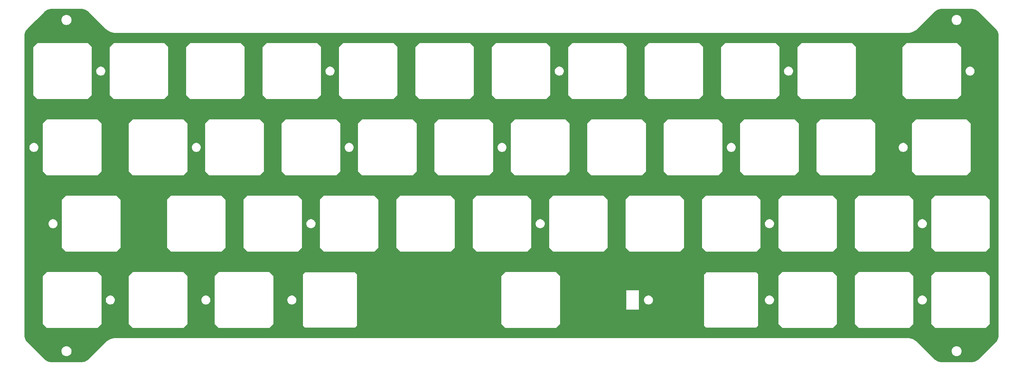
<source format=gbr>
%TF.GenerationSoftware,KiCad,Pcbnew,(7.0.0)*%
%TF.CreationDate,2024-05-04T22:14:48+02:00*%
%TF.ProjectId,plate,706c6174-652e-46b6-9963-61645f706362,rev?*%
%TF.SameCoordinates,Original*%
%TF.FileFunction,Copper,L2,Bot*%
%TF.FilePolarity,Positive*%
%FSLAX46Y46*%
G04 Gerber Fmt 4.6, Leading zero omitted, Abs format (unit mm)*
G04 Created by KiCad (PCBNEW (7.0.0)) date 2024-05-04 22:14:48*
%MOMM*%
%LPD*%
G01*
G04 APERTURE LIST*
G04 APERTURE END LIST*
%TA.AperFunction,Conductor*%
%TO.N,GND*%
G36*
X37207092Y-15431944D02*
G01*
X37256673Y-15434729D01*
X37257255Y-15434765D01*
X37518834Y-15451911D01*
X37531464Y-15453393D01*
X37650357Y-15473594D01*
X37653738Y-15474218D01*
X37841356Y-15511538D01*
X37851470Y-15513996D01*
X37979133Y-15550775D01*
X37984641Y-15552503D01*
X38154889Y-15610295D01*
X38155275Y-15610426D01*
X38162868Y-15613284D01*
X38204432Y-15630500D01*
X38288138Y-15665172D01*
X38295492Y-15668504D01*
X38457127Y-15748213D01*
X38462247Y-15750889D01*
X38578507Y-15815143D01*
X38587415Y-15820567D01*
X38746483Y-15926852D01*
X38749306Y-15928796D01*
X38847645Y-15998570D01*
X38857643Y-16006468D01*
X39054372Y-16178994D01*
X39055238Y-16179761D01*
X39092210Y-16212800D01*
X39097266Y-16217580D01*
X43234783Y-20355097D01*
X43234764Y-20355115D01*
X43234900Y-20355226D01*
X43234906Y-20355220D01*
X43234907Y-20355221D01*
X43234907Y-20355220D01*
X43234977Y-20355290D01*
X43234978Y-20355290D01*
X43348381Y-20468693D01*
X43350442Y-20470422D01*
X43350446Y-20470426D01*
X43507679Y-20602359D01*
X43594245Y-20674996D01*
X43724529Y-20766221D01*
X43854944Y-20857538D01*
X43854951Y-20857542D01*
X43857154Y-20859085D01*
X44135106Y-21019561D01*
X44425987Y-21155200D01*
X44727582Y-21264973D01*
X45037597Y-21348042D01*
X45353672Y-21403775D01*
X45673402Y-21431749D01*
X45833774Y-21431749D01*
X45833778Y-21431749D01*
X45833779Y-21431750D01*
X45833878Y-21431750D01*
X243090622Y-21431750D01*
X243091071Y-21431750D01*
X243091221Y-21431750D01*
X243091267Y-21431730D01*
X243091385Y-21431719D01*
X243268855Y-21431732D01*
X243622664Y-21397457D01*
X243971516Y-21329210D01*
X244312158Y-21227628D01*
X244641411Y-21093657D01*
X244956204Y-20928548D01*
X245253601Y-20733842D01*
X245530828Y-20511353D01*
X245657050Y-20388237D01*
X245657935Y-20387374D01*
X245657990Y-20387319D01*
X245657995Y-20387319D01*
X245658099Y-20387214D01*
X245658418Y-20386904D01*
X245659713Y-20388237D01*
X245659731Y-20388216D01*
X245658414Y-20386899D01*
X247651485Y-18393828D01*
X247864063Y-18181250D01*
X254150845Y-18181250D01*
X254151317Y-18186645D01*
X254169442Y-18393828D01*
X254169443Y-18393835D01*
X254169915Y-18399227D01*
X254171314Y-18404449D01*
X254171316Y-18404459D01*
X254225146Y-18605352D01*
X254226547Y-18610580D01*
X254228831Y-18615479D01*
X254228834Y-18615486D01*
X254316733Y-18803986D01*
X254316736Y-18803992D01*
X254319020Y-18808889D01*
X254322119Y-18813316D01*
X254322121Y-18813318D01*
X254441418Y-18983692D01*
X254441421Y-18983696D01*
X254444524Y-18988127D01*
X254599245Y-19142848D01*
X254778483Y-19268352D01*
X254976792Y-19360825D01*
X255134644Y-19403121D01*
X255182912Y-19416055D01*
X255182913Y-19416055D01*
X255188145Y-19417457D01*
X255406122Y-19436527D01*
X255624099Y-19417457D01*
X255835452Y-19360825D01*
X256033761Y-19268352D01*
X256212999Y-19142848D01*
X256367720Y-18988127D01*
X256493224Y-18808889D01*
X256585697Y-18610580D01*
X256642329Y-18399227D01*
X256661399Y-18181250D01*
X256642329Y-17963273D01*
X256585697Y-17751920D01*
X256493224Y-17553612D01*
X256367720Y-17374373D01*
X256212999Y-17219652D01*
X256208568Y-17216549D01*
X256208564Y-17216546D01*
X256038190Y-17097249D01*
X256038188Y-17097247D01*
X256033761Y-17094148D01*
X256028864Y-17091864D01*
X256028858Y-17091861D01*
X255840358Y-17003962D01*
X255840351Y-17003959D01*
X255835452Y-17001675D01*
X255830225Y-17000274D01*
X255830224Y-17000274D01*
X255629331Y-16946444D01*
X255629321Y-16946442D01*
X255624099Y-16945043D01*
X255618707Y-16944571D01*
X255618700Y-16944570D01*
X255411517Y-16926445D01*
X255406122Y-16925973D01*
X255400727Y-16926445D01*
X255193543Y-16944570D01*
X255193534Y-16944571D01*
X255188145Y-16945043D01*
X255182924Y-16946441D01*
X255182912Y-16946444D01*
X254982019Y-17000274D01*
X254982014Y-17000275D01*
X254976792Y-17001675D01*
X254971896Y-17003957D01*
X254971885Y-17003962D01*
X254783394Y-17091858D01*
X254783390Y-17091860D01*
X254778484Y-17094148D01*
X254774051Y-17097251D01*
X254774044Y-17097256D01*
X254603680Y-17216546D01*
X254603675Y-17216549D01*
X254599245Y-17219652D01*
X254595421Y-17223475D01*
X254595415Y-17223481D01*
X254448353Y-17370543D01*
X254448347Y-17370549D01*
X254444524Y-17374373D01*
X254441421Y-17378803D01*
X254441418Y-17378808D01*
X254322128Y-17549172D01*
X254322123Y-17549179D01*
X254319020Y-17553612D01*
X254316732Y-17558518D01*
X254316730Y-17558522D01*
X254228834Y-17747013D01*
X254228829Y-17747024D01*
X254226547Y-17751920D01*
X254225147Y-17757142D01*
X254225146Y-17757147D01*
X254171316Y-17958040D01*
X254171313Y-17958052D01*
X254169915Y-17963273D01*
X254169443Y-17968662D01*
X254169442Y-17968671D01*
X254151589Y-18172737D01*
X254150845Y-18181250D01*
X247864063Y-18181250D01*
X249827766Y-16217546D01*
X249832767Y-16212817D01*
X249870092Y-16179463D01*
X249870795Y-16178843D01*
X249902636Y-16150915D01*
X250067188Y-16006593D01*
X250077136Y-15998734D01*
X250176541Y-15928206D01*
X250179232Y-15926354D01*
X250337334Y-15820718D01*
X250346195Y-15815323D01*
X250463273Y-15750618D01*
X250468345Y-15747969D01*
X250629127Y-15668684D01*
X250636514Y-15665337D01*
X250640824Y-15663551D01*
X250762526Y-15613142D01*
X250770048Y-15610311D01*
X250939860Y-15552669D01*
X250945333Y-15550953D01*
X251073823Y-15513937D01*
X251083947Y-15511477D01*
X251270402Y-15474389D01*
X251273679Y-15473784D01*
X251393786Y-15453377D01*
X251406416Y-15451895D01*
X251664696Y-15434965D01*
X251665470Y-15434917D01*
X251718404Y-15431945D01*
X251725356Y-15431750D01*
X259087649Y-15431750D01*
X259094595Y-15431945D01*
X259096492Y-15432051D01*
X259143993Y-15434717D01*
X259144530Y-15434750D01*
X259406431Y-15451918D01*
X259419086Y-15453403D01*
X259537453Y-15473511D01*
X259540738Y-15474117D01*
X259689698Y-15503745D01*
X259729009Y-15511564D01*
X259739144Y-15514028D01*
X259798990Y-15531268D01*
X259866363Y-15550677D01*
X259871853Y-15552397D01*
X260042985Y-15610487D01*
X260050561Y-15613339D01*
X260175469Y-15665077D01*
X260182837Y-15668416D01*
X260344868Y-15748320D01*
X260349975Y-15750988D01*
X260465905Y-15815061D01*
X260474789Y-15820470D01*
X260634377Y-15927105D01*
X260637134Y-15929003D01*
X260735053Y-15998482D01*
X260745056Y-16006384D01*
X260886092Y-16130072D01*
X260942749Y-16179761D01*
X260942890Y-16179884D01*
X260943759Y-16180653D01*
X260979550Y-16212639D01*
X260984602Y-16217416D01*
X265119942Y-20352756D01*
X265124724Y-20357814D01*
X265157900Y-20394941D01*
X265158661Y-20395800D01*
X265220918Y-20466783D01*
X265330896Y-20592176D01*
X265338783Y-20602161D01*
X265352727Y-20621814D01*
X265409231Y-20701454D01*
X265411203Y-20704318D01*
X265516761Y-20862305D01*
X265522186Y-20871214D01*
X265586862Y-20988241D01*
X265589546Y-20993379D01*
X265668813Y-21154125D01*
X265672161Y-21161514D01*
X265724344Y-21287497D01*
X265727203Y-21295092D01*
X265784819Y-21464831D01*
X265786553Y-21470362D01*
X265823559Y-21598818D01*
X265826022Y-21608953D01*
X265863096Y-21795335D01*
X265863727Y-21798755D01*
X265884118Y-21918769D01*
X265885604Y-21931429D01*
X265902519Y-22189480D01*
X265902590Y-22190634D01*
X265905555Y-22243402D01*
X265905750Y-22250359D01*
X265905750Y-96812645D01*
X265905555Y-96819597D01*
X265902799Y-96868680D01*
X265902728Y-96869839D01*
X265885580Y-97131430D01*
X265884095Y-97144086D01*
X265863999Y-97262383D01*
X265863368Y-97265806D01*
X265825934Y-97454009D01*
X265823470Y-97464144D01*
X265786826Y-97591347D01*
X265785092Y-97596880D01*
X265727014Y-97767976D01*
X265724155Y-97775570D01*
X265672431Y-97900446D01*
X265669082Y-97907837D01*
X265589178Y-98069868D01*
X265586493Y-98075007D01*
X265522442Y-98190897D01*
X265517017Y-98199807D01*
X265410430Y-98359323D01*
X265408457Y-98362188D01*
X265339016Y-98460053D01*
X265331114Y-98470056D01*
X265157672Y-98667824D01*
X265156904Y-98668692D01*
X265124848Y-98704562D01*
X265120070Y-98709615D01*
X260984735Y-102844949D01*
X260979676Y-102849732D01*
X260942550Y-102882906D01*
X260941692Y-102883666D01*
X260745336Y-103055885D01*
X260735324Y-103063793D01*
X260636044Y-103134231D01*
X260633180Y-103136203D01*
X260475193Y-103241761D01*
X260466284Y-103247186D01*
X260349257Y-103311862D01*
X260344119Y-103314546D01*
X260183373Y-103393813D01*
X260175984Y-103397161D01*
X260050001Y-103449344D01*
X260042406Y-103452203D01*
X259872667Y-103509819D01*
X259867136Y-103511553D01*
X259738680Y-103548559D01*
X259728545Y-103551022D01*
X259542163Y-103588096D01*
X259538743Y-103588727D01*
X259418729Y-103609118D01*
X259406069Y-103610604D01*
X259148018Y-103627520D01*
X259146861Y-103627591D01*
X259094095Y-103630555D01*
X259087141Y-103630750D01*
X251724855Y-103630750D01*
X251717904Y-103630555D01*
X251668819Y-103627799D01*
X251667659Y-103627728D01*
X251406068Y-103610580D01*
X251393412Y-103609095D01*
X251275115Y-103588999D01*
X251271692Y-103588368D01*
X251083489Y-103550934D01*
X251073354Y-103548470D01*
X250946151Y-103511826D01*
X250940618Y-103510092D01*
X250769522Y-103452014D01*
X250761928Y-103449155D01*
X250637052Y-103397431D01*
X250629661Y-103394082D01*
X250467630Y-103314178D01*
X250462491Y-103311493D01*
X250346601Y-103247442D01*
X250337697Y-103242020D01*
X250178153Y-103135414D01*
X250175335Y-103133474D01*
X250077573Y-103064107D01*
X250077445Y-103064016D01*
X250067442Y-103056114D01*
X249924314Y-102930591D01*
X249869524Y-102882540D01*
X249868840Y-102881935D01*
X249832928Y-102849841D01*
X249827893Y-102845080D01*
X247864063Y-100881250D01*
X254151101Y-100881250D01*
X254151573Y-100886645D01*
X254169698Y-101093828D01*
X254169699Y-101093835D01*
X254170171Y-101099227D01*
X254171570Y-101104449D01*
X254171572Y-101104459D01*
X254225402Y-101305352D01*
X254226803Y-101310580D01*
X254229087Y-101315479D01*
X254229090Y-101315486D01*
X254316989Y-101503986D01*
X254316992Y-101503992D01*
X254319276Y-101508889D01*
X254322375Y-101513316D01*
X254322377Y-101513318D01*
X254441674Y-101683692D01*
X254441677Y-101683696D01*
X254444780Y-101688127D01*
X254599501Y-101842848D01*
X254778739Y-101968352D01*
X254977048Y-102060825D01*
X255134900Y-102103121D01*
X255183168Y-102116055D01*
X255183169Y-102116055D01*
X255188401Y-102117457D01*
X255406378Y-102136527D01*
X255624355Y-102117457D01*
X255835708Y-102060825D01*
X256034017Y-101968352D01*
X256213255Y-101842848D01*
X256367976Y-101688127D01*
X256493480Y-101508889D01*
X256585953Y-101310580D01*
X256642585Y-101099227D01*
X256661655Y-100881250D01*
X256642585Y-100663273D01*
X256585953Y-100451920D01*
X256493480Y-100253612D01*
X256367976Y-100074373D01*
X256213255Y-99919652D01*
X256208824Y-99916549D01*
X256208820Y-99916546D01*
X256038446Y-99797249D01*
X256038444Y-99797247D01*
X256034017Y-99794148D01*
X256029120Y-99791864D01*
X256029114Y-99791861D01*
X255840614Y-99703962D01*
X255840607Y-99703959D01*
X255835708Y-99701675D01*
X255830481Y-99700274D01*
X255830480Y-99700274D01*
X255629587Y-99646444D01*
X255629577Y-99646442D01*
X255624355Y-99645043D01*
X255618963Y-99644571D01*
X255618956Y-99644570D01*
X255411773Y-99626445D01*
X255406378Y-99625973D01*
X255400983Y-99626445D01*
X255193799Y-99644570D01*
X255193790Y-99644571D01*
X255188401Y-99645043D01*
X255183180Y-99646441D01*
X255183168Y-99646444D01*
X254982275Y-99700274D01*
X254982270Y-99700275D01*
X254977048Y-99701675D01*
X254972152Y-99703957D01*
X254972141Y-99703962D01*
X254783650Y-99791858D01*
X254783646Y-99791860D01*
X254778740Y-99794148D01*
X254774307Y-99797251D01*
X254774300Y-99797256D01*
X254603936Y-99916546D01*
X254603931Y-99916549D01*
X254599501Y-99919652D01*
X254595677Y-99923475D01*
X254595671Y-99923481D01*
X254448609Y-100070543D01*
X254448603Y-100070549D01*
X254444780Y-100074373D01*
X254441677Y-100078803D01*
X254441674Y-100078808D01*
X254322384Y-100249172D01*
X254322379Y-100249179D01*
X254319276Y-100253612D01*
X254316988Y-100258518D01*
X254316986Y-100258522D01*
X254229090Y-100447013D01*
X254229085Y-100447024D01*
X254226803Y-100451920D01*
X254225403Y-100457142D01*
X254225402Y-100457147D01*
X254171572Y-100658040D01*
X254171569Y-100658052D01*
X254170171Y-100663273D01*
X254169699Y-100668662D01*
X254169698Y-100668671D01*
X254151845Y-100872737D01*
X254151101Y-100881250D01*
X247864063Y-100881250D01*
X245690124Y-98707311D01*
X245690096Y-98707274D01*
X245690101Y-98707271D01*
X245576628Y-98593796D01*
X245330766Y-98387489D01*
X245067858Y-98203397D01*
X244845481Y-98075007D01*
X244792254Y-98044276D01*
X244792250Y-98044274D01*
X244789905Y-98042920D01*
X244499023Y-97907280D01*
X244496498Y-97906361D01*
X244496486Y-97906356D01*
X244199973Y-97798436D01*
X244199965Y-97798433D01*
X244197425Y-97797509D01*
X244194811Y-97796808D01*
X244194806Y-97796807D01*
X243890033Y-97715146D01*
X243890025Y-97715144D01*
X243887408Y-97714443D01*
X243884741Y-97713972D01*
X243884724Y-97713969D01*
X243574004Y-97659186D01*
X243573993Y-97659184D01*
X243571330Y-97658715D01*
X243568636Y-97658479D01*
X243568626Y-97658478D01*
X243254301Y-97630983D01*
X243254290Y-97630982D01*
X243251598Y-97630747D01*
X243248888Y-97630747D01*
X243091122Y-97630750D01*
X45833985Y-97630750D01*
X45833878Y-97630736D01*
X45833878Y-97630721D01*
X45833765Y-97630721D01*
X45676109Y-97630721D01*
X45676086Y-97630721D01*
X45673401Y-97630722D01*
X45670706Y-97630957D01*
X45670701Y-97630958D01*
X45356365Y-97658461D01*
X45356360Y-97658461D01*
X45353670Y-97658697D01*
X45351025Y-97659163D01*
X45351005Y-97659166D01*
X45040246Y-97713964D01*
X45040241Y-97713964D01*
X45037593Y-97714432D01*
X45034998Y-97715127D01*
X45034995Y-97715128D01*
X44730176Y-97796806D01*
X44730163Y-97796809D01*
X44727577Y-97797503D01*
X44725062Y-97798418D01*
X44725041Y-97798425D01*
X44428529Y-97906351D01*
X44428517Y-97906355D01*
X44425981Y-97907279D01*
X44423548Y-97908413D01*
X44423530Y-97908421D01*
X44137547Y-98041780D01*
X44137530Y-98041788D01*
X44135100Y-98042922D01*
X44132763Y-98044270D01*
X44132752Y-98044277D01*
X43859501Y-98202043D01*
X43859483Y-98202054D01*
X43857149Y-98203402D01*
X43854952Y-98204939D01*
X43854929Y-98204955D01*
X43596454Y-98385946D01*
X43596437Y-98385958D01*
X43594242Y-98387496D01*
X43592181Y-98389225D01*
X43592175Y-98389230D01*
X43470398Y-98491416D01*
X43348380Y-98593804D01*
X43346479Y-98595704D01*
X43346467Y-98595716D01*
X43235065Y-98707121D01*
X43234554Y-98707632D01*
X39097237Y-102844947D01*
X39092182Y-102849726D01*
X39055722Y-102882308D01*
X39054848Y-102883082D01*
X38857402Y-103056213D01*
X38847407Y-103064107D01*
X38750256Y-103133042D01*
X38747391Y-103135015D01*
X38587095Y-103242125D01*
X38578186Y-103247550D01*
X38462863Y-103311290D01*
X38457726Y-103313975D01*
X38295071Y-103394191D01*
X38287679Y-103397541D01*
X38163327Y-103449051D01*
X38155733Y-103451909D01*
X37983999Y-103510207D01*
X37978468Y-103511941D01*
X37851846Y-103548422D01*
X37841709Y-103550886D01*
X37652663Y-103588491D01*
X37649245Y-103589122D01*
X37531786Y-103609082D01*
X37519123Y-103610568D01*
X37254387Y-103627921D01*
X37253233Y-103627992D01*
X37210121Y-103630414D01*
X37207617Y-103630555D01*
X37200663Y-103630750D01*
X29837360Y-103630750D01*
X29830407Y-103630555D01*
X29824259Y-103630209D01*
X29781079Y-103627784D01*
X29779923Y-103627713D01*
X29518681Y-103610589D01*
X29506020Y-103609103D01*
X29387161Y-103588907D01*
X29383741Y-103588276D01*
X29196154Y-103550962D01*
X29186018Y-103548499D01*
X29058377Y-103511726D01*
X29052846Y-103509991D01*
X28882223Y-103452072D01*
X28874630Y-103449214D01*
X28749374Y-103397332D01*
X28741982Y-103393983D01*
X28580380Y-103314289D01*
X28575243Y-103311605D01*
X28458991Y-103247355D01*
X28450082Y-103241930D01*
X28291037Y-103135661D01*
X28288172Y-103133688D01*
X28189859Y-103063932D01*
X28179855Y-103056030D01*
X27983126Y-102883504D01*
X27982260Y-102882737D01*
X27945280Y-102849691D01*
X27940224Y-102844911D01*
X25976563Y-100881250D01*
X32263601Y-100881250D01*
X32264073Y-100886645D01*
X32282198Y-101093828D01*
X32282199Y-101093835D01*
X32282671Y-101099227D01*
X32284070Y-101104449D01*
X32284072Y-101104459D01*
X32337902Y-101305352D01*
X32339303Y-101310580D01*
X32341587Y-101315479D01*
X32341590Y-101315486D01*
X32429489Y-101503986D01*
X32429492Y-101503992D01*
X32431776Y-101508889D01*
X32434875Y-101513316D01*
X32434877Y-101513318D01*
X32554174Y-101683692D01*
X32554177Y-101683696D01*
X32557280Y-101688127D01*
X32712001Y-101842848D01*
X32891239Y-101968352D01*
X33089548Y-102060825D01*
X33247400Y-102103121D01*
X33295668Y-102116055D01*
X33295669Y-102116055D01*
X33300901Y-102117457D01*
X33518878Y-102136527D01*
X33736855Y-102117457D01*
X33948208Y-102060825D01*
X34146517Y-101968352D01*
X34325755Y-101842848D01*
X34480476Y-101688127D01*
X34605980Y-101508889D01*
X34698453Y-101310580D01*
X34755085Y-101099227D01*
X34774155Y-100881250D01*
X34755085Y-100663273D01*
X34698453Y-100451920D01*
X34605980Y-100253612D01*
X34480476Y-100074373D01*
X34325755Y-99919652D01*
X34321324Y-99916549D01*
X34321320Y-99916546D01*
X34150946Y-99797249D01*
X34150944Y-99797247D01*
X34146517Y-99794148D01*
X34141620Y-99791864D01*
X34141614Y-99791861D01*
X33953114Y-99703962D01*
X33953107Y-99703959D01*
X33948208Y-99701675D01*
X33942981Y-99700274D01*
X33942980Y-99700274D01*
X33742087Y-99646444D01*
X33742077Y-99646442D01*
X33736855Y-99645043D01*
X33731463Y-99644571D01*
X33731456Y-99644570D01*
X33524273Y-99626445D01*
X33518878Y-99625973D01*
X33513483Y-99626445D01*
X33306299Y-99644570D01*
X33306290Y-99644571D01*
X33300901Y-99645043D01*
X33295680Y-99646441D01*
X33295668Y-99646444D01*
X33094775Y-99700274D01*
X33094770Y-99700275D01*
X33089548Y-99701675D01*
X33084652Y-99703957D01*
X33084641Y-99703962D01*
X32896150Y-99791858D01*
X32896146Y-99791860D01*
X32891240Y-99794148D01*
X32886807Y-99797251D01*
X32886800Y-99797256D01*
X32716436Y-99916546D01*
X32716431Y-99916549D01*
X32712001Y-99919652D01*
X32708177Y-99923475D01*
X32708171Y-99923481D01*
X32561109Y-100070543D01*
X32561103Y-100070549D01*
X32557280Y-100074373D01*
X32554177Y-100078803D01*
X32554174Y-100078808D01*
X32434884Y-100249172D01*
X32434879Y-100249179D01*
X32431776Y-100253612D01*
X32429488Y-100258518D01*
X32429486Y-100258522D01*
X32341590Y-100447013D01*
X32341585Y-100447024D01*
X32339303Y-100451920D01*
X32337903Y-100457142D01*
X32337902Y-100457147D01*
X32284072Y-100658040D01*
X32284069Y-100658052D01*
X32282671Y-100663273D01*
X32282199Y-100668662D01*
X32282198Y-100668671D01*
X32264345Y-100872737D01*
X32263601Y-100881250D01*
X25976563Y-100881250D01*
X23805051Y-98709737D01*
X23800291Y-98704703D01*
X23767226Y-98667703D01*
X23766792Y-98667212D01*
X23593946Y-98470116D01*
X23586055Y-98460125D01*
X23516350Y-98361883D01*
X23514406Y-98359061D01*
X23408052Y-98199889D01*
X23402634Y-98190992D01*
X23365622Y-98124024D01*
X23338407Y-98074782D01*
X23335731Y-98069660D01*
X23333520Y-98065176D01*
X23255993Y-97907968D01*
X23252660Y-97900612D01*
X23200790Y-97775387D01*
X23197942Y-97767819D01*
X23139988Y-97597094D01*
X23138265Y-97591599D01*
X23101499Y-97463984D01*
X23099046Y-97453886D01*
X23061699Y-97266138D01*
X23061085Y-97262808D01*
X23040895Y-97143983D01*
X23039413Y-97131351D01*
X23022271Y-96869839D01*
X23022207Y-96868793D01*
X23019445Y-96819611D01*
X23019250Y-96812658D01*
X23019250Y-94106250D01*
X27624458Y-94106250D01*
X27624576Y-94106533D01*
X27624617Y-94106633D01*
X27624715Y-94106673D01*
X28624575Y-95106532D01*
X28624617Y-95106633D01*
X28624717Y-95106674D01*
X28625000Y-95106792D01*
X28625101Y-95106750D01*
X41224899Y-95106750D01*
X41225000Y-95106792D01*
X41225284Y-95106674D01*
X41225284Y-95106673D01*
X41225383Y-95106633D01*
X41225423Y-95106534D01*
X42225282Y-94106674D01*
X42225383Y-94106633D01*
X42225440Y-94106493D01*
X42225542Y-94106250D01*
X49055708Y-94106250D01*
X49055826Y-94106533D01*
X49055867Y-94106633D01*
X49055965Y-94106673D01*
X50055825Y-95106532D01*
X50055867Y-95106633D01*
X50055967Y-95106674D01*
X50056250Y-95106792D01*
X50056351Y-95106750D01*
X62656149Y-95106750D01*
X62656250Y-95106792D01*
X62656534Y-95106674D01*
X62656534Y-95106673D01*
X62656633Y-95106633D01*
X62656673Y-95106534D01*
X63656532Y-94106674D01*
X63656633Y-94106633D01*
X63656690Y-94106493D01*
X63656792Y-94106250D01*
X70486958Y-94106250D01*
X70487076Y-94106533D01*
X70487117Y-94106633D01*
X70487215Y-94106673D01*
X71487075Y-95106532D01*
X71487117Y-95106633D01*
X71487217Y-95106674D01*
X71487500Y-95106792D01*
X71487601Y-95106750D01*
X84087399Y-95106750D01*
X84087500Y-95106792D01*
X84087784Y-95106674D01*
X84087784Y-95106673D01*
X84087883Y-95106633D01*
X84087923Y-95106534D01*
X84724706Y-94469750D01*
X92486958Y-94469750D01*
X92487076Y-94470034D01*
X92487117Y-94470133D01*
X92487215Y-94470173D01*
X92994075Y-94977032D01*
X92994117Y-94977133D01*
X92994401Y-94977250D01*
X92994500Y-94977291D01*
X92994599Y-94977250D01*
X105442399Y-94977250D01*
X105442500Y-94977292D01*
X105442784Y-94977174D01*
X105442784Y-94977173D01*
X105442883Y-94977133D01*
X105442923Y-94977034D01*
X105949782Y-94470174D01*
X105949883Y-94470133D01*
X105950000Y-94469849D01*
X105950041Y-94469750D01*
X105950000Y-94469651D01*
X105950000Y-94106250D01*
X141924458Y-94106250D01*
X141924576Y-94106533D01*
X141924617Y-94106633D01*
X141924715Y-94106673D01*
X142924575Y-95106532D01*
X142924617Y-95106633D01*
X142924717Y-95106674D01*
X142925000Y-95106792D01*
X142925101Y-95106750D01*
X155524899Y-95106750D01*
X155525000Y-95106792D01*
X155525284Y-95106674D01*
X155525284Y-95106673D01*
X155525383Y-95106633D01*
X155525423Y-95106534D01*
X156162206Y-94469750D01*
X192499958Y-94469750D01*
X192500076Y-94470034D01*
X192500117Y-94470133D01*
X192500215Y-94470173D01*
X193007075Y-94977032D01*
X193007117Y-94977133D01*
X193007401Y-94977250D01*
X193007500Y-94977291D01*
X193007599Y-94977250D01*
X205455399Y-94977250D01*
X205455500Y-94977292D01*
X205455784Y-94977174D01*
X205455784Y-94977173D01*
X205455883Y-94977133D01*
X205455923Y-94977034D01*
X205962782Y-94470174D01*
X205962883Y-94470133D01*
X205963000Y-94469849D01*
X205963041Y-94469750D01*
X205963000Y-94469651D01*
X205963000Y-94106250D01*
X210980708Y-94106250D01*
X210980826Y-94106533D01*
X210980867Y-94106633D01*
X210980965Y-94106673D01*
X211980825Y-95106532D01*
X211980867Y-95106633D01*
X211980967Y-95106674D01*
X211981250Y-95106792D01*
X211981351Y-95106750D01*
X224581149Y-95106750D01*
X224581250Y-95106792D01*
X224581534Y-95106674D01*
X224581534Y-95106673D01*
X224581633Y-95106633D01*
X224581673Y-95106534D01*
X225581532Y-94106674D01*
X225581633Y-94106633D01*
X225581690Y-94106493D01*
X225581792Y-94106250D01*
X230030708Y-94106250D01*
X230030826Y-94106533D01*
X230030867Y-94106633D01*
X230030965Y-94106673D01*
X231030825Y-95106532D01*
X231030867Y-95106633D01*
X231030967Y-95106674D01*
X231031250Y-95106792D01*
X231031351Y-95106750D01*
X243631149Y-95106750D01*
X243631250Y-95106792D01*
X243631534Y-95106674D01*
X243631534Y-95106673D01*
X243631633Y-95106633D01*
X243631673Y-95106534D01*
X244631532Y-94106674D01*
X244631633Y-94106633D01*
X244631690Y-94106493D01*
X244631792Y-94106250D01*
X249080708Y-94106250D01*
X249080826Y-94106533D01*
X249080867Y-94106633D01*
X249080965Y-94106673D01*
X250080825Y-95106532D01*
X250080867Y-95106633D01*
X250080967Y-95106674D01*
X250081250Y-95106792D01*
X250081351Y-95106750D01*
X262681149Y-95106750D01*
X262681250Y-95106792D01*
X262681534Y-95106674D01*
X262681534Y-95106673D01*
X262681633Y-95106633D01*
X262681673Y-95106534D01*
X263681532Y-94106674D01*
X263681633Y-94106633D01*
X263681690Y-94106493D01*
X263681792Y-94106250D01*
X263681750Y-94106149D01*
X263681750Y-82106351D01*
X263681792Y-82106250D01*
X263681674Y-82105967D01*
X263681633Y-82105867D01*
X263681532Y-82105825D01*
X262681673Y-81105965D01*
X262681633Y-81105867D01*
X262681534Y-81105826D01*
X262681250Y-81105708D01*
X262681149Y-81105750D01*
X250081351Y-81105750D01*
X250081250Y-81105708D01*
X250081006Y-81105809D01*
X250080867Y-81105867D01*
X250080825Y-81105967D01*
X250072546Y-81114245D01*
X250072540Y-81114250D01*
X249089310Y-82097479D01*
X249089305Y-82097485D01*
X249080965Y-82105826D01*
X249080867Y-82105867D01*
X249080826Y-82105965D01*
X249080826Y-82105966D01*
X249080708Y-82106250D01*
X249080750Y-82106351D01*
X249080750Y-94106149D01*
X249080708Y-94106250D01*
X244631792Y-94106250D01*
X244631750Y-94106149D01*
X244631750Y-88106250D01*
X245728407Y-88106250D01*
X245747611Y-88313491D01*
X245749180Y-88319005D01*
X245802998Y-88508159D01*
X245803001Y-88508167D01*
X245804568Y-88513674D01*
X245807120Y-88518800D01*
X245807122Y-88518804D01*
X245894784Y-88694853D01*
X245894786Y-88694857D01*
X245897339Y-88699983D01*
X245900792Y-88704555D01*
X246019306Y-88861495D01*
X246019311Y-88861500D01*
X246022764Y-88866073D01*
X246027004Y-88869938D01*
X246172337Y-89002427D01*
X246172340Y-89002429D01*
X246176573Y-89006288D01*
X246353527Y-89115854D01*
X246547601Y-89191038D01*
X246752186Y-89229282D01*
X246954585Y-89229282D01*
X246960314Y-89229282D01*
X247164899Y-89191038D01*
X247358973Y-89115854D01*
X247535927Y-89006288D01*
X247689736Y-88866073D01*
X247815161Y-88699983D01*
X247907932Y-88513674D01*
X247964889Y-88313491D01*
X247984093Y-88106250D01*
X247964889Y-87899009D01*
X247907932Y-87698826D01*
X247815161Y-87512517D01*
X247751478Y-87428187D01*
X247693193Y-87351004D01*
X247693189Y-87351000D01*
X247689736Y-87346427D01*
X247541014Y-87210849D01*
X247540162Y-87210072D01*
X247540157Y-87210068D01*
X247535927Y-87206212D01*
X247531061Y-87203199D01*
X247531057Y-87203196D01*
X247363844Y-87099662D01*
X247363843Y-87099661D01*
X247358973Y-87096646D01*
X247353635Y-87094578D01*
X247353631Y-87094576D01*
X247170246Y-87023533D01*
X247170241Y-87023531D01*
X247164899Y-87021462D01*
X247159261Y-87020408D01*
X246965943Y-86984270D01*
X246965940Y-86984269D01*
X246960314Y-86983218D01*
X246752186Y-86983218D01*
X246746560Y-86984269D01*
X246746556Y-86984270D01*
X246553238Y-87020408D01*
X246553235Y-87020408D01*
X246547601Y-87021462D01*
X246542260Y-87023530D01*
X246542253Y-87023533D01*
X246358868Y-87094576D01*
X246358859Y-87094580D01*
X246353527Y-87096646D01*
X246348660Y-87099659D01*
X246348655Y-87099662D01*
X246181442Y-87203196D01*
X246181433Y-87203202D01*
X246176573Y-87206212D01*
X246172347Y-87210064D01*
X246172337Y-87210072D01*
X246027004Y-87342561D01*
X246026999Y-87342565D01*
X246022764Y-87346427D01*
X246019315Y-87350993D01*
X246019306Y-87351004D01*
X245900792Y-87507944D01*
X245897339Y-87512517D01*
X245894789Y-87517637D01*
X245894784Y-87517646D01*
X245807122Y-87693695D01*
X245807118Y-87693703D01*
X245804568Y-87698826D01*
X245803002Y-87704329D01*
X245802998Y-87704340D01*
X245749180Y-87893494D01*
X245747611Y-87899009D01*
X245728407Y-88106250D01*
X244631750Y-88106250D01*
X244631750Y-82106351D01*
X244631792Y-82106250D01*
X244631674Y-82105967D01*
X244631633Y-82105867D01*
X244631532Y-82105825D01*
X243631673Y-81105965D01*
X243631633Y-81105867D01*
X243631534Y-81105826D01*
X243631250Y-81105708D01*
X243631149Y-81105750D01*
X231031351Y-81105750D01*
X231031250Y-81105708D01*
X231031006Y-81105809D01*
X231030867Y-81105867D01*
X231030825Y-81105967D01*
X231022546Y-81114245D01*
X231022540Y-81114250D01*
X230039310Y-82097479D01*
X230039305Y-82097485D01*
X230030965Y-82105826D01*
X230030867Y-82105867D01*
X230030826Y-82105965D01*
X230030826Y-82105966D01*
X230030708Y-82106250D01*
X230030750Y-82106351D01*
X230030750Y-94106149D01*
X230030708Y-94106250D01*
X225581792Y-94106250D01*
X225581750Y-94106149D01*
X225581750Y-82106351D01*
X225581792Y-82106250D01*
X225581674Y-82105967D01*
X225581633Y-82105867D01*
X225581532Y-82105825D01*
X224581673Y-81105965D01*
X224581633Y-81105867D01*
X224581534Y-81105826D01*
X224581250Y-81105708D01*
X224581149Y-81105750D01*
X211981351Y-81105750D01*
X211981250Y-81105708D01*
X211981006Y-81105809D01*
X211980867Y-81105867D01*
X211980825Y-81105967D01*
X211972546Y-81114245D01*
X211972540Y-81114250D01*
X210989310Y-82097479D01*
X210989305Y-82097485D01*
X210980965Y-82105826D01*
X210980867Y-82105867D01*
X210980826Y-82105965D01*
X210980826Y-82105966D01*
X210980708Y-82106250D01*
X210980750Y-82106351D01*
X210980750Y-94106149D01*
X210980708Y-94106250D01*
X205963000Y-94106250D01*
X205963000Y-88106250D01*
X207628407Y-88106250D01*
X207647611Y-88313491D01*
X207649180Y-88319005D01*
X207702998Y-88508159D01*
X207703001Y-88508167D01*
X207704568Y-88513674D01*
X207707120Y-88518800D01*
X207707122Y-88518804D01*
X207794784Y-88694853D01*
X207794786Y-88694857D01*
X207797339Y-88699983D01*
X207800792Y-88704555D01*
X207919306Y-88861495D01*
X207919311Y-88861500D01*
X207922764Y-88866073D01*
X207927004Y-88869938D01*
X208072337Y-89002427D01*
X208072340Y-89002429D01*
X208076573Y-89006288D01*
X208253527Y-89115854D01*
X208447601Y-89191038D01*
X208652186Y-89229282D01*
X208854585Y-89229282D01*
X208860314Y-89229282D01*
X209064899Y-89191038D01*
X209258973Y-89115854D01*
X209435927Y-89006288D01*
X209589736Y-88866073D01*
X209715161Y-88699983D01*
X209807932Y-88513674D01*
X209864889Y-88313491D01*
X209884093Y-88106250D01*
X209864889Y-87899009D01*
X209807932Y-87698826D01*
X209715161Y-87512517D01*
X209651478Y-87428187D01*
X209593193Y-87351004D01*
X209593189Y-87351000D01*
X209589736Y-87346427D01*
X209441014Y-87210849D01*
X209440162Y-87210072D01*
X209440157Y-87210068D01*
X209435927Y-87206212D01*
X209431061Y-87203199D01*
X209431057Y-87203196D01*
X209263844Y-87099662D01*
X209263843Y-87099661D01*
X209258973Y-87096646D01*
X209253635Y-87094578D01*
X209253631Y-87094576D01*
X209070246Y-87023533D01*
X209070241Y-87023531D01*
X209064899Y-87021462D01*
X209059261Y-87020408D01*
X208865943Y-86984270D01*
X208865940Y-86984269D01*
X208860314Y-86983218D01*
X208652186Y-86983218D01*
X208646560Y-86984269D01*
X208646556Y-86984270D01*
X208453238Y-87020408D01*
X208453235Y-87020408D01*
X208447601Y-87021462D01*
X208442260Y-87023530D01*
X208442253Y-87023533D01*
X208258868Y-87094576D01*
X208258859Y-87094580D01*
X208253527Y-87096646D01*
X208248660Y-87099659D01*
X208248655Y-87099662D01*
X208081442Y-87203196D01*
X208081433Y-87203202D01*
X208076573Y-87206212D01*
X208072347Y-87210064D01*
X208072337Y-87210072D01*
X207927004Y-87342561D01*
X207926999Y-87342565D01*
X207922764Y-87346427D01*
X207919315Y-87350993D01*
X207919306Y-87351004D01*
X207800792Y-87507944D01*
X207797339Y-87512517D01*
X207794789Y-87517637D01*
X207794784Y-87517646D01*
X207707122Y-87693695D01*
X207707118Y-87693703D01*
X207704568Y-87698826D01*
X207703002Y-87704329D01*
X207702998Y-87704340D01*
X207649180Y-87893494D01*
X207647611Y-87899009D01*
X207628407Y-88106250D01*
X205963000Y-88106250D01*
X205963000Y-81742853D01*
X205963042Y-81742754D01*
X205962926Y-81742470D01*
X205962925Y-81742469D01*
X205962883Y-81742367D01*
X205962784Y-81742326D01*
X205548857Y-81322604D01*
X205471082Y-81243740D01*
X205471081Y-81243739D01*
X205462925Y-81235469D01*
X205462883Y-81235367D01*
X205462715Y-81235297D01*
X205462504Y-81235208D01*
X205462401Y-81235250D01*
X193000599Y-81235250D01*
X193000496Y-81235208D01*
X193000284Y-81235297D01*
X193000117Y-81235367D01*
X193000074Y-81235469D01*
X192992159Y-81243494D01*
X192992154Y-81243498D01*
X192508699Y-81733720D01*
X192508694Y-81733726D01*
X192500214Y-81742326D01*
X192500117Y-81742367D01*
X192500075Y-81742467D01*
X192500074Y-81742469D01*
X192499958Y-81742754D01*
X192500000Y-81742853D01*
X192500000Y-94469649D01*
X192499958Y-94469750D01*
X156162206Y-94469750D01*
X156525282Y-94106674D01*
X156525383Y-94106633D01*
X156525440Y-94106493D01*
X156525542Y-94106250D01*
X156525500Y-94106149D01*
X156525500Y-90487500D01*
X173036959Y-90487500D01*
X173037000Y-90487599D01*
X173037117Y-90487883D01*
X173037500Y-90488041D01*
X173037599Y-90488000D01*
X176212401Y-90488000D01*
X176212500Y-90488041D01*
X176212883Y-90487883D01*
X176213000Y-90487599D01*
X176213041Y-90487500D01*
X176213000Y-90487401D01*
X176213000Y-88106250D01*
X177465907Y-88106250D01*
X177485111Y-88313491D01*
X177486680Y-88319005D01*
X177540498Y-88508159D01*
X177540501Y-88508167D01*
X177542068Y-88513674D01*
X177544620Y-88518800D01*
X177544622Y-88518804D01*
X177632284Y-88694853D01*
X177632286Y-88694857D01*
X177634839Y-88699983D01*
X177638292Y-88704555D01*
X177756806Y-88861495D01*
X177756811Y-88861500D01*
X177760264Y-88866073D01*
X177764504Y-88869938D01*
X177909837Y-89002427D01*
X177909840Y-89002429D01*
X177914073Y-89006288D01*
X178091027Y-89115854D01*
X178285101Y-89191038D01*
X178489686Y-89229282D01*
X178692085Y-89229282D01*
X178697814Y-89229282D01*
X178902399Y-89191038D01*
X179096473Y-89115854D01*
X179273427Y-89006288D01*
X179427236Y-88866073D01*
X179552661Y-88699983D01*
X179645432Y-88513674D01*
X179702389Y-88313491D01*
X179721593Y-88106250D01*
X179702389Y-87899009D01*
X179645432Y-87698826D01*
X179552661Y-87512517D01*
X179488978Y-87428187D01*
X179430693Y-87351004D01*
X179430689Y-87351000D01*
X179427236Y-87346427D01*
X179278514Y-87210849D01*
X179277662Y-87210072D01*
X179277657Y-87210068D01*
X179273427Y-87206212D01*
X179268561Y-87203199D01*
X179268557Y-87203196D01*
X179101344Y-87099662D01*
X179101343Y-87099661D01*
X179096473Y-87096646D01*
X179091135Y-87094578D01*
X179091131Y-87094576D01*
X178907746Y-87023533D01*
X178907741Y-87023531D01*
X178902399Y-87021462D01*
X178896761Y-87020408D01*
X178703443Y-86984270D01*
X178703440Y-86984269D01*
X178697814Y-86983218D01*
X178489686Y-86983218D01*
X178484060Y-86984269D01*
X178484056Y-86984270D01*
X178290738Y-87020408D01*
X178290735Y-87020408D01*
X178285101Y-87021462D01*
X178279760Y-87023530D01*
X178279753Y-87023533D01*
X178096368Y-87094576D01*
X178096359Y-87094580D01*
X178091027Y-87096646D01*
X178086160Y-87099659D01*
X178086155Y-87099662D01*
X177918942Y-87203196D01*
X177918933Y-87203202D01*
X177914073Y-87206212D01*
X177909847Y-87210064D01*
X177909837Y-87210072D01*
X177764504Y-87342561D01*
X177764499Y-87342565D01*
X177760264Y-87346427D01*
X177756815Y-87350993D01*
X177756806Y-87351004D01*
X177638292Y-87507944D01*
X177634839Y-87512517D01*
X177632289Y-87517637D01*
X177632284Y-87517646D01*
X177544622Y-87693695D01*
X177544618Y-87693703D01*
X177542068Y-87698826D01*
X177540502Y-87704329D01*
X177540498Y-87704340D01*
X177486680Y-87893494D01*
X177485111Y-87899009D01*
X177465907Y-88106250D01*
X176213000Y-88106250D01*
X176213000Y-85725099D01*
X176213041Y-85725000D01*
X176212883Y-85724617D01*
X176212599Y-85724500D01*
X176212500Y-85724459D01*
X176212401Y-85724500D01*
X173037599Y-85724500D01*
X173037500Y-85724459D01*
X173037401Y-85724500D01*
X173037117Y-85724617D01*
X173036959Y-85725000D01*
X173037000Y-85725099D01*
X173037000Y-90487401D01*
X173036959Y-90487500D01*
X156525500Y-90487500D01*
X156525500Y-82106351D01*
X156525542Y-82106250D01*
X156525424Y-82105967D01*
X156525383Y-82105867D01*
X156525282Y-82105825D01*
X155525423Y-81105965D01*
X155525383Y-81105867D01*
X155525284Y-81105826D01*
X155525000Y-81105708D01*
X155524899Y-81105750D01*
X142925101Y-81105750D01*
X142925000Y-81105708D01*
X142924756Y-81105809D01*
X142924617Y-81105867D01*
X142924575Y-81105967D01*
X142916296Y-81114245D01*
X142916290Y-81114250D01*
X141933060Y-82097479D01*
X141933055Y-82097485D01*
X141924715Y-82105826D01*
X141924617Y-82105867D01*
X141924576Y-82105965D01*
X141924576Y-82105966D01*
X141924458Y-82106250D01*
X141924500Y-82106351D01*
X141924500Y-94106149D01*
X141924458Y-94106250D01*
X105950000Y-94106250D01*
X105950000Y-81742849D01*
X105950041Y-81742750D01*
X105949925Y-81742470D01*
X105949883Y-81742367D01*
X105949782Y-81742325D01*
X105442923Y-81235465D01*
X105442883Y-81235367D01*
X105442784Y-81235326D01*
X105442500Y-81235208D01*
X105442399Y-81235250D01*
X92994599Y-81235250D01*
X92994500Y-81235209D01*
X92994401Y-81235250D01*
X92994117Y-81235367D01*
X92994075Y-81235467D01*
X92985836Y-81243705D01*
X92985834Y-81243707D01*
X92495560Y-81733979D01*
X92495555Y-81733985D01*
X92487215Y-81742326D01*
X92487117Y-81742367D01*
X92487076Y-81742465D01*
X92487076Y-81742466D01*
X92486958Y-81742750D01*
X92487000Y-81742851D01*
X92487000Y-94469649D01*
X92486958Y-94469750D01*
X84724706Y-94469750D01*
X85087782Y-94106674D01*
X85087883Y-94106633D01*
X85087940Y-94106493D01*
X85088042Y-94106250D01*
X85088000Y-94106149D01*
X85088000Y-88106250D01*
X88565907Y-88106250D01*
X88585111Y-88313491D01*
X88586680Y-88319005D01*
X88640498Y-88508159D01*
X88640501Y-88508167D01*
X88642068Y-88513674D01*
X88644620Y-88518800D01*
X88644622Y-88518804D01*
X88732284Y-88694853D01*
X88732286Y-88694857D01*
X88734839Y-88699983D01*
X88738292Y-88704555D01*
X88856806Y-88861495D01*
X88856811Y-88861500D01*
X88860264Y-88866073D01*
X88864504Y-88869938D01*
X89009837Y-89002427D01*
X89009840Y-89002429D01*
X89014073Y-89006288D01*
X89191027Y-89115854D01*
X89385101Y-89191038D01*
X89589686Y-89229282D01*
X89792085Y-89229282D01*
X89797814Y-89229282D01*
X90002399Y-89191038D01*
X90196473Y-89115854D01*
X90373427Y-89006288D01*
X90527236Y-88866073D01*
X90652661Y-88699983D01*
X90745432Y-88513674D01*
X90802389Y-88313491D01*
X90821593Y-88106250D01*
X90802389Y-87899009D01*
X90745432Y-87698826D01*
X90652661Y-87512517D01*
X90588978Y-87428187D01*
X90530693Y-87351004D01*
X90530689Y-87351000D01*
X90527236Y-87346427D01*
X90378514Y-87210849D01*
X90377662Y-87210072D01*
X90377657Y-87210068D01*
X90373427Y-87206212D01*
X90368561Y-87203199D01*
X90368557Y-87203196D01*
X90201344Y-87099662D01*
X90201343Y-87099661D01*
X90196473Y-87096646D01*
X90191135Y-87094578D01*
X90191131Y-87094576D01*
X90007746Y-87023533D01*
X90007741Y-87023531D01*
X90002399Y-87021462D01*
X89996761Y-87020408D01*
X89803443Y-86984270D01*
X89803440Y-86984269D01*
X89797814Y-86983218D01*
X89589686Y-86983218D01*
X89584060Y-86984269D01*
X89584056Y-86984270D01*
X89390738Y-87020408D01*
X89390735Y-87020408D01*
X89385101Y-87021462D01*
X89379760Y-87023530D01*
X89379753Y-87023533D01*
X89196368Y-87094576D01*
X89196359Y-87094580D01*
X89191027Y-87096646D01*
X89186160Y-87099659D01*
X89186155Y-87099662D01*
X89018942Y-87203196D01*
X89018933Y-87203202D01*
X89014073Y-87206212D01*
X89009847Y-87210064D01*
X89009837Y-87210072D01*
X88864504Y-87342561D01*
X88864499Y-87342565D01*
X88860264Y-87346427D01*
X88856815Y-87350993D01*
X88856806Y-87351004D01*
X88738292Y-87507944D01*
X88734839Y-87512517D01*
X88732289Y-87517637D01*
X88732284Y-87517646D01*
X88644622Y-87693695D01*
X88644618Y-87693703D01*
X88642068Y-87698826D01*
X88640502Y-87704329D01*
X88640498Y-87704340D01*
X88586680Y-87893494D01*
X88585111Y-87899009D01*
X88565907Y-88106250D01*
X85088000Y-88106250D01*
X85088000Y-82106351D01*
X85088042Y-82106250D01*
X85087924Y-82105967D01*
X85087883Y-82105867D01*
X85087782Y-82105825D01*
X84087923Y-81105965D01*
X84087883Y-81105867D01*
X84087784Y-81105826D01*
X84087500Y-81105708D01*
X84087399Y-81105750D01*
X71487601Y-81105750D01*
X71487500Y-81105708D01*
X71487256Y-81105809D01*
X71487117Y-81105867D01*
X71487075Y-81105967D01*
X71478796Y-81114245D01*
X71478790Y-81114250D01*
X70495560Y-82097479D01*
X70495555Y-82097485D01*
X70487215Y-82105826D01*
X70487117Y-82105867D01*
X70487076Y-82105965D01*
X70487076Y-82105966D01*
X70486958Y-82106250D01*
X70487000Y-82106351D01*
X70487000Y-94106149D01*
X70486958Y-94106250D01*
X63656792Y-94106250D01*
X63656750Y-94106149D01*
X63656750Y-88106250D01*
X67134657Y-88106250D01*
X67153861Y-88313491D01*
X67155430Y-88319005D01*
X67209248Y-88508159D01*
X67209251Y-88508167D01*
X67210818Y-88513674D01*
X67213370Y-88518800D01*
X67213372Y-88518804D01*
X67301034Y-88694853D01*
X67301036Y-88694857D01*
X67303589Y-88699983D01*
X67307042Y-88704555D01*
X67425556Y-88861495D01*
X67425561Y-88861500D01*
X67429014Y-88866073D01*
X67433254Y-88869938D01*
X67578587Y-89002427D01*
X67578590Y-89002429D01*
X67582823Y-89006288D01*
X67759777Y-89115854D01*
X67953851Y-89191038D01*
X68158436Y-89229282D01*
X68360835Y-89229282D01*
X68366564Y-89229282D01*
X68571149Y-89191038D01*
X68765223Y-89115854D01*
X68942177Y-89006288D01*
X69095986Y-88866073D01*
X69221411Y-88699983D01*
X69314182Y-88513674D01*
X69371139Y-88313491D01*
X69390343Y-88106250D01*
X69371139Y-87899009D01*
X69314182Y-87698826D01*
X69221411Y-87512517D01*
X69157728Y-87428187D01*
X69099443Y-87351004D01*
X69099439Y-87351000D01*
X69095986Y-87346427D01*
X68947264Y-87210849D01*
X68946412Y-87210072D01*
X68946407Y-87210068D01*
X68942177Y-87206212D01*
X68937311Y-87203199D01*
X68937307Y-87203196D01*
X68770094Y-87099662D01*
X68770093Y-87099661D01*
X68765223Y-87096646D01*
X68759885Y-87094578D01*
X68759881Y-87094576D01*
X68576496Y-87023533D01*
X68576491Y-87023531D01*
X68571149Y-87021462D01*
X68565511Y-87020408D01*
X68372193Y-86984270D01*
X68372190Y-86984269D01*
X68366564Y-86983218D01*
X68158436Y-86983218D01*
X68152810Y-86984269D01*
X68152806Y-86984270D01*
X67959488Y-87020408D01*
X67959485Y-87020408D01*
X67953851Y-87021462D01*
X67948510Y-87023530D01*
X67948503Y-87023533D01*
X67765118Y-87094576D01*
X67765109Y-87094580D01*
X67759777Y-87096646D01*
X67754910Y-87099659D01*
X67754905Y-87099662D01*
X67587692Y-87203196D01*
X67587683Y-87203202D01*
X67582823Y-87206212D01*
X67578597Y-87210064D01*
X67578587Y-87210072D01*
X67433254Y-87342561D01*
X67433249Y-87342565D01*
X67429014Y-87346427D01*
X67425565Y-87350993D01*
X67425556Y-87351004D01*
X67307042Y-87507944D01*
X67303589Y-87512517D01*
X67301039Y-87517637D01*
X67301034Y-87517646D01*
X67213372Y-87693695D01*
X67213368Y-87693703D01*
X67210818Y-87698826D01*
X67209252Y-87704329D01*
X67209248Y-87704340D01*
X67155430Y-87893494D01*
X67153861Y-87899009D01*
X67134657Y-88106250D01*
X63656750Y-88106250D01*
X63656750Y-82106351D01*
X63656792Y-82106250D01*
X63656674Y-82105967D01*
X63656633Y-82105867D01*
X63656532Y-82105825D01*
X62656673Y-81105965D01*
X62656633Y-81105867D01*
X62656534Y-81105826D01*
X62656250Y-81105708D01*
X62656149Y-81105750D01*
X50056351Y-81105750D01*
X50056250Y-81105708D01*
X50056006Y-81105809D01*
X50055867Y-81105867D01*
X50055825Y-81105967D01*
X50047546Y-81114245D01*
X50047540Y-81114250D01*
X49064310Y-82097479D01*
X49064305Y-82097485D01*
X49055965Y-82105826D01*
X49055867Y-82105867D01*
X49055826Y-82105965D01*
X49055826Y-82105966D01*
X49055708Y-82106250D01*
X49055750Y-82106351D01*
X49055750Y-94106149D01*
X49055708Y-94106250D01*
X42225542Y-94106250D01*
X42225500Y-94106149D01*
X42225500Y-88106250D01*
X43322157Y-88106250D01*
X43341361Y-88313491D01*
X43342930Y-88319005D01*
X43396748Y-88508159D01*
X43396751Y-88508167D01*
X43398318Y-88513674D01*
X43400870Y-88518800D01*
X43400872Y-88518804D01*
X43488534Y-88694853D01*
X43488536Y-88694857D01*
X43491089Y-88699983D01*
X43494542Y-88704555D01*
X43613056Y-88861495D01*
X43613061Y-88861500D01*
X43616514Y-88866073D01*
X43620754Y-88869938D01*
X43766087Y-89002427D01*
X43766090Y-89002429D01*
X43770323Y-89006288D01*
X43947277Y-89115854D01*
X44141351Y-89191038D01*
X44345936Y-89229282D01*
X44548335Y-89229282D01*
X44554064Y-89229282D01*
X44758649Y-89191038D01*
X44952723Y-89115854D01*
X45129677Y-89006288D01*
X45283486Y-88866073D01*
X45408911Y-88699983D01*
X45501682Y-88513674D01*
X45558639Y-88313491D01*
X45577843Y-88106250D01*
X45558639Y-87899009D01*
X45501682Y-87698826D01*
X45408911Y-87512517D01*
X45345228Y-87428187D01*
X45286943Y-87351004D01*
X45286939Y-87351000D01*
X45283486Y-87346427D01*
X45134764Y-87210849D01*
X45133912Y-87210072D01*
X45133907Y-87210068D01*
X45129677Y-87206212D01*
X45124811Y-87203199D01*
X45124807Y-87203196D01*
X44957594Y-87099662D01*
X44957593Y-87099661D01*
X44952723Y-87096646D01*
X44947385Y-87094578D01*
X44947381Y-87094576D01*
X44763996Y-87023533D01*
X44763991Y-87023531D01*
X44758649Y-87021462D01*
X44753011Y-87020408D01*
X44559693Y-86984270D01*
X44559690Y-86984269D01*
X44554064Y-86983218D01*
X44345936Y-86983218D01*
X44340310Y-86984269D01*
X44340306Y-86984270D01*
X44146988Y-87020408D01*
X44146985Y-87020408D01*
X44141351Y-87021462D01*
X44136010Y-87023530D01*
X44136003Y-87023533D01*
X43952618Y-87094576D01*
X43952609Y-87094580D01*
X43947277Y-87096646D01*
X43942410Y-87099659D01*
X43942405Y-87099662D01*
X43775192Y-87203196D01*
X43775183Y-87203202D01*
X43770323Y-87206212D01*
X43766097Y-87210064D01*
X43766087Y-87210072D01*
X43620754Y-87342561D01*
X43620749Y-87342565D01*
X43616514Y-87346427D01*
X43613065Y-87350993D01*
X43613056Y-87351004D01*
X43494542Y-87507944D01*
X43491089Y-87512517D01*
X43488539Y-87517637D01*
X43488534Y-87517646D01*
X43400872Y-87693695D01*
X43400868Y-87693703D01*
X43398318Y-87698826D01*
X43396752Y-87704329D01*
X43396748Y-87704340D01*
X43342930Y-87893494D01*
X43341361Y-87899009D01*
X43322157Y-88106250D01*
X42225500Y-88106250D01*
X42225500Y-82106351D01*
X42225542Y-82106250D01*
X42225424Y-82105967D01*
X42225383Y-82105867D01*
X42225282Y-82105825D01*
X41225423Y-81105965D01*
X41225383Y-81105867D01*
X41225284Y-81105826D01*
X41225000Y-81105708D01*
X41224899Y-81105750D01*
X28625101Y-81105750D01*
X28625000Y-81105708D01*
X28624756Y-81105809D01*
X28624617Y-81105867D01*
X28624575Y-81105967D01*
X28616296Y-81114245D01*
X28616290Y-81114250D01*
X27633060Y-82097479D01*
X27633055Y-82097485D01*
X27624715Y-82105826D01*
X27624617Y-82105867D01*
X27624576Y-82105965D01*
X27624576Y-82105966D01*
X27624458Y-82106250D01*
X27624500Y-82106351D01*
X27624500Y-94106149D01*
X27624458Y-94106250D01*
X23019250Y-94106250D01*
X23019250Y-75056250D01*
X32386958Y-75056250D01*
X32387076Y-75056533D01*
X32387117Y-75056633D01*
X32387215Y-75056673D01*
X33387075Y-76056532D01*
X33387117Y-76056633D01*
X33387217Y-76056674D01*
X33387500Y-76056792D01*
X33387601Y-76056750D01*
X45987399Y-76056750D01*
X45987500Y-76056792D01*
X45987784Y-76056674D01*
X45987784Y-76056673D01*
X45987883Y-76056633D01*
X45987923Y-76056534D01*
X46987782Y-75056674D01*
X46987883Y-75056633D01*
X46987940Y-75056493D01*
X46988042Y-75056250D01*
X58580708Y-75056250D01*
X58580826Y-75056533D01*
X58580867Y-75056633D01*
X58580965Y-75056673D01*
X59580825Y-76056532D01*
X59580867Y-76056633D01*
X59580967Y-76056674D01*
X59581250Y-76056792D01*
X59581351Y-76056750D01*
X72181149Y-76056750D01*
X72181250Y-76056792D01*
X72181534Y-76056674D01*
X72181534Y-76056673D01*
X72181633Y-76056633D01*
X72181673Y-76056534D01*
X73181532Y-75056674D01*
X73181633Y-75056633D01*
X73181690Y-75056493D01*
X73181792Y-75056250D01*
X77630708Y-75056250D01*
X77630826Y-75056533D01*
X77630867Y-75056633D01*
X77630965Y-75056673D01*
X78630825Y-76056532D01*
X78630867Y-76056633D01*
X78630967Y-76056674D01*
X78631250Y-76056792D01*
X78631351Y-76056750D01*
X91231149Y-76056750D01*
X91231250Y-76056792D01*
X91231534Y-76056674D01*
X91231534Y-76056673D01*
X91231633Y-76056633D01*
X91231673Y-76056534D01*
X92231532Y-75056674D01*
X92231633Y-75056633D01*
X92231690Y-75056493D01*
X92231792Y-75056250D01*
X96680708Y-75056250D01*
X96680826Y-75056533D01*
X96680867Y-75056633D01*
X96680965Y-75056673D01*
X97680825Y-76056532D01*
X97680867Y-76056633D01*
X97680967Y-76056674D01*
X97681250Y-76056792D01*
X97681351Y-76056750D01*
X110281149Y-76056750D01*
X110281250Y-76056792D01*
X110281534Y-76056674D01*
X110281534Y-76056673D01*
X110281633Y-76056633D01*
X110281673Y-76056534D01*
X111281532Y-75056674D01*
X111281633Y-75056633D01*
X111281690Y-75056493D01*
X111281792Y-75056250D01*
X115730708Y-75056250D01*
X115730826Y-75056533D01*
X115730867Y-75056633D01*
X115730965Y-75056673D01*
X116730825Y-76056532D01*
X116730867Y-76056633D01*
X116730967Y-76056674D01*
X116731250Y-76056792D01*
X116731351Y-76056750D01*
X129331149Y-76056750D01*
X129331250Y-76056792D01*
X129331534Y-76056674D01*
X129331534Y-76056673D01*
X129331633Y-76056633D01*
X129331673Y-76056534D01*
X130331532Y-75056674D01*
X130331633Y-75056633D01*
X130331690Y-75056493D01*
X130331792Y-75056250D01*
X134780708Y-75056250D01*
X134780826Y-75056533D01*
X134780867Y-75056633D01*
X134780965Y-75056673D01*
X135780825Y-76056532D01*
X135780867Y-76056633D01*
X135780967Y-76056674D01*
X135781250Y-76056792D01*
X135781351Y-76056750D01*
X148381149Y-76056750D01*
X148381250Y-76056792D01*
X148381534Y-76056674D01*
X148381534Y-76056673D01*
X148381633Y-76056633D01*
X148381673Y-76056534D01*
X149381532Y-75056674D01*
X149381633Y-75056633D01*
X149381690Y-75056493D01*
X149381792Y-75056250D01*
X153830708Y-75056250D01*
X153830826Y-75056533D01*
X153830867Y-75056633D01*
X153830965Y-75056673D01*
X154830825Y-76056532D01*
X154830867Y-76056633D01*
X154830967Y-76056674D01*
X154831250Y-76056792D01*
X154831351Y-76056750D01*
X167431149Y-76056750D01*
X167431250Y-76056792D01*
X167431534Y-76056674D01*
X167431534Y-76056673D01*
X167431633Y-76056633D01*
X167431673Y-76056534D01*
X168431532Y-75056674D01*
X168431633Y-75056633D01*
X168431690Y-75056493D01*
X168431792Y-75056250D01*
X172880708Y-75056250D01*
X172880826Y-75056533D01*
X172880867Y-75056633D01*
X172880965Y-75056673D01*
X173880825Y-76056532D01*
X173880867Y-76056633D01*
X173880967Y-76056674D01*
X173881250Y-76056792D01*
X173881351Y-76056750D01*
X186481149Y-76056750D01*
X186481250Y-76056792D01*
X186481534Y-76056674D01*
X186481534Y-76056673D01*
X186481633Y-76056633D01*
X186481673Y-76056534D01*
X187481532Y-75056674D01*
X187481633Y-75056633D01*
X187481690Y-75056493D01*
X187481792Y-75056250D01*
X191930708Y-75056250D01*
X191930826Y-75056533D01*
X191930867Y-75056633D01*
X191930965Y-75056673D01*
X192930825Y-76056532D01*
X192930867Y-76056633D01*
X192930967Y-76056674D01*
X192931250Y-76056792D01*
X192931351Y-76056750D01*
X205531149Y-76056750D01*
X205531250Y-76056792D01*
X205531534Y-76056674D01*
X205531534Y-76056673D01*
X205531633Y-76056633D01*
X205531673Y-76056534D01*
X206531532Y-75056674D01*
X206531633Y-75056633D01*
X206531690Y-75056493D01*
X206531792Y-75056250D01*
X210980708Y-75056250D01*
X210980826Y-75056533D01*
X210980867Y-75056633D01*
X210980965Y-75056673D01*
X211980825Y-76056532D01*
X211980867Y-76056633D01*
X211980967Y-76056674D01*
X211981250Y-76056792D01*
X211981351Y-76056750D01*
X224581149Y-76056750D01*
X224581250Y-76056792D01*
X224581534Y-76056674D01*
X224581534Y-76056673D01*
X224581633Y-76056633D01*
X224581673Y-76056534D01*
X225581532Y-75056674D01*
X225581633Y-75056633D01*
X225581690Y-75056493D01*
X225581792Y-75056250D01*
X230030708Y-75056250D01*
X230030826Y-75056533D01*
X230030867Y-75056633D01*
X230030965Y-75056673D01*
X231030825Y-76056532D01*
X231030867Y-76056633D01*
X231030967Y-76056674D01*
X231031250Y-76056792D01*
X231031351Y-76056750D01*
X243631149Y-76056750D01*
X243631250Y-76056792D01*
X243631534Y-76056674D01*
X243631534Y-76056673D01*
X243631633Y-76056633D01*
X243631673Y-76056534D01*
X244631532Y-75056674D01*
X244631633Y-75056633D01*
X244631690Y-75056493D01*
X244631792Y-75056250D01*
X249080708Y-75056250D01*
X249080826Y-75056533D01*
X249080867Y-75056633D01*
X249080965Y-75056673D01*
X250080825Y-76056532D01*
X250080867Y-76056633D01*
X250080967Y-76056674D01*
X250081250Y-76056792D01*
X250081351Y-76056750D01*
X262681149Y-76056750D01*
X262681250Y-76056792D01*
X262681534Y-76056674D01*
X262681534Y-76056673D01*
X262681633Y-76056633D01*
X262681673Y-76056534D01*
X263681532Y-75056674D01*
X263681633Y-75056633D01*
X263681690Y-75056493D01*
X263681792Y-75056250D01*
X263681750Y-75056149D01*
X263681750Y-63056351D01*
X263681792Y-63056250D01*
X263681674Y-63055967D01*
X263681633Y-63055867D01*
X263681532Y-63055825D01*
X262681673Y-62055965D01*
X262681633Y-62055867D01*
X262681534Y-62055826D01*
X262681250Y-62055708D01*
X262681149Y-62055750D01*
X250081351Y-62055750D01*
X250081250Y-62055708D01*
X250081006Y-62055809D01*
X250080867Y-62055867D01*
X250080825Y-62055967D01*
X250072546Y-62064245D01*
X250072540Y-62064250D01*
X249089310Y-63047479D01*
X249089305Y-63047485D01*
X249080965Y-63055826D01*
X249080867Y-63055867D01*
X249080826Y-63055965D01*
X249080826Y-63055966D01*
X249080708Y-63056250D01*
X249080750Y-63056351D01*
X249080750Y-75056149D01*
X249080708Y-75056250D01*
X244631792Y-75056250D01*
X244631750Y-75056149D01*
X244631750Y-69056250D01*
X245728407Y-69056250D01*
X245747611Y-69263491D01*
X245749180Y-69269005D01*
X245802998Y-69458159D01*
X245803001Y-69458167D01*
X245804568Y-69463674D01*
X245807120Y-69468800D01*
X245807122Y-69468804D01*
X245894784Y-69644853D01*
X245894786Y-69644857D01*
X245897339Y-69649983D01*
X245900792Y-69654555D01*
X246019306Y-69811495D01*
X246019311Y-69811500D01*
X246022764Y-69816073D01*
X246027004Y-69819938D01*
X246172337Y-69952427D01*
X246172340Y-69952429D01*
X246176573Y-69956288D01*
X246353527Y-70065854D01*
X246547601Y-70141038D01*
X246752186Y-70179282D01*
X246954585Y-70179282D01*
X246960314Y-70179282D01*
X247164899Y-70141038D01*
X247358973Y-70065854D01*
X247535927Y-69956288D01*
X247689736Y-69816073D01*
X247815161Y-69649983D01*
X247907932Y-69463674D01*
X247964889Y-69263491D01*
X247984093Y-69056250D01*
X247964889Y-68849009D01*
X247907932Y-68648826D01*
X247815161Y-68462517D01*
X247751478Y-68378187D01*
X247693193Y-68301004D01*
X247693189Y-68301000D01*
X247689736Y-68296427D01*
X247541014Y-68160849D01*
X247540162Y-68160072D01*
X247540157Y-68160068D01*
X247535927Y-68156212D01*
X247531061Y-68153199D01*
X247531057Y-68153196D01*
X247363844Y-68049662D01*
X247363843Y-68049661D01*
X247358973Y-68046646D01*
X247353635Y-68044578D01*
X247353631Y-68044576D01*
X247170246Y-67973533D01*
X247170241Y-67973531D01*
X247164899Y-67971462D01*
X247159261Y-67970408D01*
X246965943Y-67934270D01*
X246965940Y-67934269D01*
X246960314Y-67933218D01*
X246752186Y-67933218D01*
X246746560Y-67934269D01*
X246746556Y-67934270D01*
X246553238Y-67970408D01*
X246553235Y-67970408D01*
X246547601Y-67971462D01*
X246542260Y-67973530D01*
X246542253Y-67973533D01*
X246358868Y-68044576D01*
X246358859Y-68044580D01*
X246353527Y-68046646D01*
X246348660Y-68049659D01*
X246348655Y-68049662D01*
X246181442Y-68153196D01*
X246181433Y-68153202D01*
X246176573Y-68156212D01*
X246172347Y-68160064D01*
X246172337Y-68160072D01*
X246027004Y-68292561D01*
X246026999Y-68292565D01*
X246022764Y-68296427D01*
X246019315Y-68300993D01*
X246019306Y-68301004D01*
X245900792Y-68457944D01*
X245897339Y-68462517D01*
X245894789Y-68467637D01*
X245894784Y-68467646D01*
X245807122Y-68643695D01*
X245807118Y-68643703D01*
X245804568Y-68648826D01*
X245803002Y-68654329D01*
X245802998Y-68654340D01*
X245749180Y-68843494D01*
X245747611Y-68849009D01*
X245728407Y-69056250D01*
X244631750Y-69056250D01*
X244631750Y-63056351D01*
X244631792Y-63056250D01*
X244631674Y-63055967D01*
X244631633Y-63055867D01*
X244631532Y-63055825D01*
X243631673Y-62055965D01*
X243631633Y-62055867D01*
X243631534Y-62055826D01*
X243631250Y-62055708D01*
X243631149Y-62055750D01*
X231031351Y-62055750D01*
X231031250Y-62055708D01*
X231031006Y-62055809D01*
X231030867Y-62055867D01*
X231030825Y-62055967D01*
X231022546Y-62064245D01*
X231022540Y-62064250D01*
X230039310Y-63047479D01*
X230039305Y-63047485D01*
X230030965Y-63055826D01*
X230030867Y-63055867D01*
X230030826Y-63055965D01*
X230030826Y-63055966D01*
X230030708Y-63056250D01*
X230030750Y-63056351D01*
X230030750Y-75056149D01*
X230030708Y-75056250D01*
X225581792Y-75056250D01*
X225581750Y-75056149D01*
X225581750Y-63056351D01*
X225581792Y-63056250D01*
X225581674Y-63055967D01*
X225581633Y-63055867D01*
X225581532Y-63055825D01*
X224581673Y-62055965D01*
X224581633Y-62055867D01*
X224581534Y-62055826D01*
X224581250Y-62055708D01*
X224581149Y-62055750D01*
X211981351Y-62055750D01*
X211981250Y-62055708D01*
X211981006Y-62055809D01*
X211980867Y-62055867D01*
X211980825Y-62055967D01*
X211972546Y-62064245D01*
X211972540Y-62064250D01*
X210989310Y-63047479D01*
X210989305Y-63047485D01*
X210980965Y-63055826D01*
X210980867Y-63055867D01*
X210980826Y-63055965D01*
X210980826Y-63055966D01*
X210980708Y-63056250D01*
X210980750Y-63056351D01*
X210980750Y-75056149D01*
X210980708Y-75056250D01*
X206531792Y-75056250D01*
X206531750Y-75056149D01*
X206531750Y-69056250D01*
X207628407Y-69056250D01*
X207647611Y-69263491D01*
X207649180Y-69269005D01*
X207702998Y-69458159D01*
X207703001Y-69458167D01*
X207704568Y-69463674D01*
X207707120Y-69468800D01*
X207707122Y-69468804D01*
X207794784Y-69644853D01*
X207794786Y-69644857D01*
X207797339Y-69649983D01*
X207800792Y-69654555D01*
X207919306Y-69811495D01*
X207919311Y-69811500D01*
X207922764Y-69816073D01*
X207927004Y-69819938D01*
X208072337Y-69952427D01*
X208072340Y-69952429D01*
X208076573Y-69956288D01*
X208253527Y-70065854D01*
X208447601Y-70141038D01*
X208652186Y-70179282D01*
X208854585Y-70179282D01*
X208860314Y-70179282D01*
X209064899Y-70141038D01*
X209258973Y-70065854D01*
X209435927Y-69956288D01*
X209589736Y-69816073D01*
X209715161Y-69649983D01*
X209807932Y-69463674D01*
X209864889Y-69263491D01*
X209884093Y-69056250D01*
X209864889Y-68849009D01*
X209807932Y-68648826D01*
X209715161Y-68462517D01*
X209651478Y-68378187D01*
X209593193Y-68301004D01*
X209593189Y-68301000D01*
X209589736Y-68296427D01*
X209441014Y-68160849D01*
X209440162Y-68160072D01*
X209440157Y-68160068D01*
X209435927Y-68156212D01*
X209431061Y-68153199D01*
X209431057Y-68153196D01*
X209263844Y-68049662D01*
X209263843Y-68049661D01*
X209258973Y-68046646D01*
X209253635Y-68044578D01*
X209253631Y-68044576D01*
X209070246Y-67973533D01*
X209070241Y-67973531D01*
X209064899Y-67971462D01*
X209059261Y-67970408D01*
X208865943Y-67934270D01*
X208865940Y-67934269D01*
X208860314Y-67933218D01*
X208652186Y-67933218D01*
X208646560Y-67934269D01*
X208646556Y-67934270D01*
X208453238Y-67970408D01*
X208453235Y-67970408D01*
X208447601Y-67971462D01*
X208442260Y-67973530D01*
X208442253Y-67973533D01*
X208258868Y-68044576D01*
X208258859Y-68044580D01*
X208253527Y-68046646D01*
X208248660Y-68049659D01*
X208248655Y-68049662D01*
X208081442Y-68153196D01*
X208081433Y-68153202D01*
X208076573Y-68156212D01*
X208072347Y-68160064D01*
X208072337Y-68160072D01*
X207927004Y-68292561D01*
X207926999Y-68292565D01*
X207922764Y-68296427D01*
X207919315Y-68300993D01*
X207919306Y-68301004D01*
X207800792Y-68457944D01*
X207797339Y-68462517D01*
X207794789Y-68467637D01*
X207794784Y-68467646D01*
X207707122Y-68643695D01*
X207707118Y-68643703D01*
X207704568Y-68648826D01*
X207703002Y-68654329D01*
X207702998Y-68654340D01*
X207649180Y-68843494D01*
X207647611Y-68849009D01*
X207628407Y-69056250D01*
X206531750Y-69056250D01*
X206531750Y-63056351D01*
X206531792Y-63056250D01*
X206531674Y-63055967D01*
X206531633Y-63055867D01*
X206531532Y-63055825D01*
X205531673Y-62055965D01*
X205531633Y-62055867D01*
X205531534Y-62055826D01*
X205531250Y-62055708D01*
X205531149Y-62055750D01*
X192931351Y-62055750D01*
X192931250Y-62055708D01*
X192931006Y-62055809D01*
X192930867Y-62055867D01*
X192930825Y-62055967D01*
X192922546Y-62064245D01*
X192922540Y-62064250D01*
X191939310Y-63047479D01*
X191939305Y-63047485D01*
X191930965Y-63055826D01*
X191930867Y-63055867D01*
X191930826Y-63055965D01*
X191930826Y-63055966D01*
X191930708Y-63056250D01*
X191930750Y-63056351D01*
X191930750Y-75056149D01*
X191930708Y-75056250D01*
X187481792Y-75056250D01*
X187481750Y-75056149D01*
X187481750Y-63056351D01*
X187481792Y-63056250D01*
X187481674Y-63055967D01*
X187481633Y-63055867D01*
X187481532Y-63055825D01*
X186481673Y-62055965D01*
X186481633Y-62055867D01*
X186481534Y-62055826D01*
X186481250Y-62055708D01*
X186481149Y-62055750D01*
X173881351Y-62055750D01*
X173881250Y-62055708D01*
X173881006Y-62055809D01*
X173880867Y-62055867D01*
X173880825Y-62055967D01*
X173872546Y-62064245D01*
X173872540Y-62064250D01*
X172889310Y-63047479D01*
X172889305Y-63047485D01*
X172880965Y-63055826D01*
X172880867Y-63055867D01*
X172880826Y-63055965D01*
X172880826Y-63055966D01*
X172880708Y-63056250D01*
X172880750Y-63056351D01*
X172880750Y-75056149D01*
X172880708Y-75056250D01*
X168431792Y-75056250D01*
X168431750Y-75056149D01*
X168431750Y-63056351D01*
X168431792Y-63056250D01*
X168431674Y-63055967D01*
X168431633Y-63055867D01*
X168431532Y-63055825D01*
X167431673Y-62055965D01*
X167431633Y-62055867D01*
X167431534Y-62055826D01*
X167431250Y-62055708D01*
X167431149Y-62055750D01*
X154831351Y-62055750D01*
X154831250Y-62055708D01*
X154831006Y-62055809D01*
X154830867Y-62055867D01*
X154830825Y-62055967D01*
X154822546Y-62064245D01*
X154822540Y-62064250D01*
X153839310Y-63047479D01*
X153839305Y-63047485D01*
X153830965Y-63055826D01*
X153830867Y-63055867D01*
X153830826Y-63055965D01*
X153830826Y-63055966D01*
X153830708Y-63056250D01*
X153830750Y-63056351D01*
X153830750Y-75056149D01*
X153830708Y-75056250D01*
X149381792Y-75056250D01*
X149381750Y-75056149D01*
X149381750Y-69056250D01*
X150478407Y-69056250D01*
X150497611Y-69263491D01*
X150499180Y-69269005D01*
X150552998Y-69458159D01*
X150553001Y-69458167D01*
X150554568Y-69463674D01*
X150557120Y-69468800D01*
X150557122Y-69468804D01*
X150644784Y-69644853D01*
X150644786Y-69644857D01*
X150647339Y-69649983D01*
X150650792Y-69654555D01*
X150769306Y-69811495D01*
X150769311Y-69811500D01*
X150772764Y-69816073D01*
X150777004Y-69819938D01*
X150922337Y-69952427D01*
X150922340Y-69952429D01*
X150926573Y-69956288D01*
X151103527Y-70065854D01*
X151297601Y-70141038D01*
X151502186Y-70179282D01*
X151704585Y-70179282D01*
X151710314Y-70179282D01*
X151914899Y-70141038D01*
X152108973Y-70065854D01*
X152285927Y-69956288D01*
X152439736Y-69816073D01*
X152565161Y-69649983D01*
X152657932Y-69463674D01*
X152714889Y-69263491D01*
X152734093Y-69056250D01*
X152714889Y-68849009D01*
X152657932Y-68648826D01*
X152565161Y-68462517D01*
X152501478Y-68378187D01*
X152443193Y-68301004D01*
X152443189Y-68301000D01*
X152439736Y-68296427D01*
X152291014Y-68160849D01*
X152290162Y-68160072D01*
X152290157Y-68160068D01*
X152285927Y-68156212D01*
X152281061Y-68153199D01*
X152281057Y-68153196D01*
X152113844Y-68049662D01*
X152113843Y-68049661D01*
X152108973Y-68046646D01*
X152103635Y-68044578D01*
X152103631Y-68044576D01*
X151920246Y-67973533D01*
X151920241Y-67973531D01*
X151914899Y-67971462D01*
X151909261Y-67970408D01*
X151715943Y-67934270D01*
X151715940Y-67934269D01*
X151710314Y-67933218D01*
X151502186Y-67933218D01*
X151496560Y-67934269D01*
X151496556Y-67934270D01*
X151303238Y-67970408D01*
X151303235Y-67970408D01*
X151297601Y-67971462D01*
X151292260Y-67973530D01*
X151292253Y-67973533D01*
X151108868Y-68044576D01*
X151108859Y-68044580D01*
X151103527Y-68046646D01*
X151098660Y-68049659D01*
X151098655Y-68049662D01*
X150931442Y-68153196D01*
X150931433Y-68153202D01*
X150926573Y-68156212D01*
X150922347Y-68160064D01*
X150922337Y-68160072D01*
X150777004Y-68292561D01*
X150776999Y-68292565D01*
X150772764Y-68296427D01*
X150769315Y-68300993D01*
X150769306Y-68301004D01*
X150650792Y-68457944D01*
X150647339Y-68462517D01*
X150644789Y-68467637D01*
X150644784Y-68467646D01*
X150557122Y-68643695D01*
X150557118Y-68643703D01*
X150554568Y-68648826D01*
X150553002Y-68654329D01*
X150552998Y-68654340D01*
X150499180Y-68843494D01*
X150497611Y-68849009D01*
X150478407Y-69056250D01*
X149381750Y-69056250D01*
X149381750Y-63056351D01*
X149381792Y-63056250D01*
X149381674Y-63055967D01*
X149381633Y-63055867D01*
X149381532Y-63055825D01*
X148381673Y-62055965D01*
X148381633Y-62055867D01*
X148381534Y-62055826D01*
X148381250Y-62055708D01*
X148381149Y-62055750D01*
X135781351Y-62055750D01*
X135781250Y-62055708D01*
X135781006Y-62055809D01*
X135780867Y-62055867D01*
X135780825Y-62055967D01*
X135772546Y-62064245D01*
X135772540Y-62064250D01*
X134789310Y-63047479D01*
X134789305Y-63047485D01*
X134780965Y-63055826D01*
X134780867Y-63055867D01*
X134780826Y-63055965D01*
X134780826Y-63055966D01*
X134780708Y-63056250D01*
X134780750Y-63056351D01*
X134780750Y-75056149D01*
X134780708Y-75056250D01*
X130331792Y-75056250D01*
X130331750Y-75056149D01*
X130331750Y-63056351D01*
X130331792Y-63056250D01*
X130331674Y-63055967D01*
X130331633Y-63055867D01*
X130331532Y-63055825D01*
X129331673Y-62055965D01*
X129331633Y-62055867D01*
X129331534Y-62055826D01*
X129331250Y-62055708D01*
X129331149Y-62055750D01*
X116731351Y-62055750D01*
X116731250Y-62055708D01*
X116731006Y-62055809D01*
X116730867Y-62055867D01*
X116730825Y-62055967D01*
X116722546Y-62064245D01*
X116722540Y-62064250D01*
X115739310Y-63047479D01*
X115739305Y-63047485D01*
X115730965Y-63055826D01*
X115730867Y-63055867D01*
X115730826Y-63055965D01*
X115730826Y-63055966D01*
X115730708Y-63056250D01*
X115730750Y-63056351D01*
X115730750Y-75056149D01*
X115730708Y-75056250D01*
X111281792Y-75056250D01*
X111281750Y-75056149D01*
X111281750Y-63056351D01*
X111281792Y-63056250D01*
X111281674Y-63055967D01*
X111281633Y-63055867D01*
X111281532Y-63055825D01*
X110281673Y-62055965D01*
X110281633Y-62055867D01*
X110281534Y-62055826D01*
X110281250Y-62055708D01*
X110281149Y-62055750D01*
X97681351Y-62055750D01*
X97681250Y-62055708D01*
X97681006Y-62055809D01*
X97680867Y-62055867D01*
X97680825Y-62055967D01*
X97672546Y-62064245D01*
X97672540Y-62064250D01*
X96689310Y-63047479D01*
X96689305Y-63047485D01*
X96680965Y-63055826D01*
X96680867Y-63055867D01*
X96680826Y-63055965D01*
X96680826Y-63055966D01*
X96680708Y-63056250D01*
X96680750Y-63056351D01*
X96680750Y-75056149D01*
X96680708Y-75056250D01*
X92231792Y-75056250D01*
X92231750Y-75056149D01*
X92231750Y-69056250D01*
X93328407Y-69056250D01*
X93347611Y-69263491D01*
X93349180Y-69269005D01*
X93402998Y-69458159D01*
X93403001Y-69458167D01*
X93404568Y-69463674D01*
X93407120Y-69468800D01*
X93407122Y-69468804D01*
X93494784Y-69644853D01*
X93494786Y-69644857D01*
X93497339Y-69649983D01*
X93500792Y-69654555D01*
X93619306Y-69811495D01*
X93619311Y-69811500D01*
X93622764Y-69816073D01*
X93627004Y-69819938D01*
X93772337Y-69952427D01*
X93772340Y-69952429D01*
X93776573Y-69956288D01*
X93953527Y-70065854D01*
X94147601Y-70141038D01*
X94352186Y-70179282D01*
X94554585Y-70179282D01*
X94560314Y-70179282D01*
X94764899Y-70141038D01*
X94958973Y-70065854D01*
X95135927Y-69956288D01*
X95289736Y-69816073D01*
X95415161Y-69649983D01*
X95507932Y-69463674D01*
X95564889Y-69263491D01*
X95584093Y-69056250D01*
X95564889Y-68849009D01*
X95507932Y-68648826D01*
X95415161Y-68462517D01*
X95351478Y-68378187D01*
X95293193Y-68301004D01*
X95293189Y-68301000D01*
X95289736Y-68296427D01*
X95141014Y-68160849D01*
X95140162Y-68160072D01*
X95140157Y-68160068D01*
X95135927Y-68156212D01*
X95131061Y-68153199D01*
X95131057Y-68153196D01*
X94963844Y-68049662D01*
X94963843Y-68049661D01*
X94958973Y-68046646D01*
X94953635Y-68044578D01*
X94953631Y-68044576D01*
X94770246Y-67973533D01*
X94770241Y-67973531D01*
X94764899Y-67971462D01*
X94759261Y-67970408D01*
X94565943Y-67934270D01*
X94565940Y-67934269D01*
X94560314Y-67933218D01*
X94352186Y-67933218D01*
X94346560Y-67934269D01*
X94346556Y-67934270D01*
X94153238Y-67970408D01*
X94153235Y-67970408D01*
X94147601Y-67971462D01*
X94142260Y-67973530D01*
X94142253Y-67973533D01*
X93958868Y-68044576D01*
X93958859Y-68044580D01*
X93953527Y-68046646D01*
X93948660Y-68049659D01*
X93948655Y-68049662D01*
X93781442Y-68153196D01*
X93781433Y-68153202D01*
X93776573Y-68156212D01*
X93772347Y-68160064D01*
X93772337Y-68160072D01*
X93627004Y-68292561D01*
X93626999Y-68292565D01*
X93622764Y-68296427D01*
X93619315Y-68300993D01*
X93619306Y-68301004D01*
X93500792Y-68457944D01*
X93497339Y-68462517D01*
X93494789Y-68467637D01*
X93494784Y-68467646D01*
X93407122Y-68643695D01*
X93407118Y-68643703D01*
X93404568Y-68648826D01*
X93403002Y-68654329D01*
X93402998Y-68654340D01*
X93349180Y-68843494D01*
X93347611Y-68849009D01*
X93328407Y-69056250D01*
X92231750Y-69056250D01*
X92231750Y-63056351D01*
X92231792Y-63056250D01*
X92231674Y-63055967D01*
X92231633Y-63055867D01*
X92231532Y-63055825D01*
X91231673Y-62055965D01*
X91231633Y-62055867D01*
X91231534Y-62055826D01*
X91231250Y-62055708D01*
X91231149Y-62055750D01*
X78631351Y-62055750D01*
X78631250Y-62055708D01*
X78631006Y-62055809D01*
X78630867Y-62055867D01*
X78630825Y-62055967D01*
X78622546Y-62064245D01*
X78622540Y-62064250D01*
X77639310Y-63047479D01*
X77639305Y-63047485D01*
X77630965Y-63055826D01*
X77630867Y-63055867D01*
X77630826Y-63055965D01*
X77630826Y-63055966D01*
X77630708Y-63056250D01*
X77630750Y-63056351D01*
X77630750Y-75056149D01*
X77630708Y-75056250D01*
X73181792Y-75056250D01*
X73181750Y-75056149D01*
X73181750Y-63056351D01*
X73181792Y-63056250D01*
X73181674Y-63055967D01*
X73181633Y-63055867D01*
X73181532Y-63055825D01*
X72181673Y-62055965D01*
X72181633Y-62055867D01*
X72181534Y-62055826D01*
X72181250Y-62055708D01*
X72181149Y-62055750D01*
X59581351Y-62055750D01*
X59581250Y-62055708D01*
X59581006Y-62055809D01*
X59580867Y-62055867D01*
X59580825Y-62055967D01*
X59572546Y-62064245D01*
X59572540Y-62064250D01*
X58589310Y-63047479D01*
X58589305Y-63047485D01*
X58580965Y-63055826D01*
X58580867Y-63055867D01*
X58580826Y-63055965D01*
X58580826Y-63055966D01*
X58580708Y-63056250D01*
X58580750Y-63056351D01*
X58580750Y-75056149D01*
X58580708Y-75056250D01*
X46988042Y-75056250D01*
X46988000Y-75056149D01*
X46988000Y-63056351D01*
X46988042Y-63056250D01*
X46987924Y-63055967D01*
X46987883Y-63055867D01*
X46987782Y-63055825D01*
X45987923Y-62055965D01*
X45987883Y-62055867D01*
X45987784Y-62055826D01*
X45987500Y-62055708D01*
X45987399Y-62055750D01*
X33387601Y-62055750D01*
X33387500Y-62055708D01*
X33387256Y-62055809D01*
X33387117Y-62055867D01*
X33387075Y-62055967D01*
X33378796Y-62064245D01*
X33378790Y-62064250D01*
X32395560Y-63047479D01*
X32395555Y-63047485D01*
X32387215Y-63055826D01*
X32387117Y-63055867D01*
X32387076Y-63055965D01*
X32387076Y-63055966D01*
X32386958Y-63056250D01*
X32387000Y-63056351D01*
X32387000Y-75056149D01*
X32386958Y-75056250D01*
X23019250Y-75056250D01*
X23019250Y-69056250D01*
X29034657Y-69056250D01*
X29053861Y-69263491D01*
X29055430Y-69269005D01*
X29109248Y-69458159D01*
X29109251Y-69458167D01*
X29110818Y-69463674D01*
X29113370Y-69468800D01*
X29113372Y-69468804D01*
X29201034Y-69644853D01*
X29201036Y-69644857D01*
X29203589Y-69649983D01*
X29207042Y-69654555D01*
X29325556Y-69811495D01*
X29325561Y-69811500D01*
X29329014Y-69816073D01*
X29333254Y-69819938D01*
X29478587Y-69952427D01*
X29478590Y-69952429D01*
X29482823Y-69956288D01*
X29659777Y-70065854D01*
X29853851Y-70141038D01*
X30058436Y-70179282D01*
X30260835Y-70179282D01*
X30266564Y-70179282D01*
X30471149Y-70141038D01*
X30665223Y-70065854D01*
X30842177Y-69956288D01*
X30995986Y-69816073D01*
X31121411Y-69649983D01*
X31214182Y-69463674D01*
X31271139Y-69263491D01*
X31290343Y-69056250D01*
X31271139Y-68849009D01*
X31214182Y-68648826D01*
X31121411Y-68462517D01*
X31057728Y-68378187D01*
X30999443Y-68301004D01*
X30999439Y-68301000D01*
X30995986Y-68296427D01*
X30847264Y-68160849D01*
X30846412Y-68160072D01*
X30846407Y-68160068D01*
X30842177Y-68156212D01*
X30837311Y-68153199D01*
X30837307Y-68153196D01*
X30670094Y-68049662D01*
X30670093Y-68049661D01*
X30665223Y-68046646D01*
X30659885Y-68044578D01*
X30659881Y-68044576D01*
X30476496Y-67973533D01*
X30476491Y-67973531D01*
X30471149Y-67971462D01*
X30465511Y-67970408D01*
X30272193Y-67934270D01*
X30272190Y-67934269D01*
X30266564Y-67933218D01*
X30058436Y-67933218D01*
X30052810Y-67934269D01*
X30052806Y-67934270D01*
X29859488Y-67970408D01*
X29859485Y-67970408D01*
X29853851Y-67971462D01*
X29848510Y-67973530D01*
X29848503Y-67973533D01*
X29665118Y-68044576D01*
X29665109Y-68044580D01*
X29659777Y-68046646D01*
X29654910Y-68049659D01*
X29654905Y-68049662D01*
X29487692Y-68153196D01*
X29487683Y-68153202D01*
X29482823Y-68156212D01*
X29478597Y-68160064D01*
X29478587Y-68160072D01*
X29333254Y-68292561D01*
X29333249Y-68292565D01*
X29329014Y-68296427D01*
X29325565Y-68300993D01*
X29325556Y-68301004D01*
X29207042Y-68457944D01*
X29203589Y-68462517D01*
X29201039Y-68467637D01*
X29201034Y-68467646D01*
X29113372Y-68643695D01*
X29113368Y-68643703D01*
X29110818Y-68648826D01*
X29109252Y-68654329D01*
X29109248Y-68654340D01*
X29055430Y-68843494D01*
X29053861Y-68849009D01*
X29034657Y-69056250D01*
X23019250Y-69056250D01*
X23019250Y-56006250D01*
X27624458Y-56006250D01*
X27624576Y-56006533D01*
X27624617Y-56006633D01*
X27624715Y-56006673D01*
X28624575Y-57006532D01*
X28624617Y-57006633D01*
X28624717Y-57006674D01*
X28625000Y-57006792D01*
X28625101Y-57006750D01*
X41224899Y-57006750D01*
X41225000Y-57006792D01*
X41225284Y-57006674D01*
X41225284Y-57006673D01*
X41225383Y-57006633D01*
X41225423Y-57006534D01*
X42225282Y-56006674D01*
X42225383Y-56006633D01*
X42225440Y-56006493D01*
X42225542Y-56006250D01*
X49055708Y-56006250D01*
X49055826Y-56006533D01*
X49055867Y-56006633D01*
X49055965Y-56006673D01*
X50055825Y-57006532D01*
X50055867Y-57006633D01*
X50055967Y-57006674D01*
X50056250Y-57006792D01*
X50056351Y-57006750D01*
X62656149Y-57006750D01*
X62656250Y-57006792D01*
X62656534Y-57006674D01*
X62656534Y-57006673D01*
X62656633Y-57006633D01*
X62656673Y-57006534D01*
X63656532Y-56006674D01*
X63656633Y-56006633D01*
X63656690Y-56006493D01*
X63656792Y-56006250D01*
X68105708Y-56006250D01*
X68105826Y-56006533D01*
X68105867Y-56006633D01*
X68105965Y-56006673D01*
X69105825Y-57006532D01*
X69105867Y-57006633D01*
X69105967Y-57006674D01*
X69106250Y-57006792D01*
X69106351Y-57006750D01*
X81706149Y-57006750D01*
X81706250Y-57006792D01*
X81706534Y-57006674D01*
X81706534Y-57006673D01*
X81706633Y-57006633D01*
X81706673Y-57006534D01*
X82706532Y-56006674D01*
X82706633Y-56006633D01*
X82706690Y-56006493D01*
X82706792Y-56006250D01*
X87155708Y-56006250D01*
X87155826Y-56006533D01*
X87155867Y-56006633D01*
X87155965Y-56006673D01*
X88155825Y-57006532D01*
X88155867Y-57006633D01*
X88155967Y-57006674D01*
X88156250Y-57006792D01*
X88156351Y-57006750D01*
X100756149Y-57006750D01*
X100756250Y-57006792D01*
X100756534Y-57006674D01*
X100756534Y-57006673D01*
X100756633Y-57006633D01*
X100756673Y-57006534D01*
X101756532Y-56006674D01*
X101756633Y-56006633D01*
X101756690Y-56006493D01*
X101756792Y-56006250D01*
X106205708Y-56006250D01*
X106205826Y-56006533D01*
X106205867Y-56006633D01*
X106205965Y-56006673D01*
X107205825Y-57006532D01*
X107205867Y-57006633D01*
X107205967Y-57006674D01*
X107206250Y-57006792D01*
X107206351Y-57006750D01*
X119806149Y-57006750D01*
X119806250Y-57006792D01*
X119806534Y-57006674D01*
X119806534Y-57006673D01*
X119806633Y-57006633D01*
X119806673Y-57006534D01*
X120806532Y-56006674D01*
X120806633Y-56006633D01*
X120806690Y-56006493D01*
X120806792Y-56006250D01*
X125255708Y-56006250D01*
X125255826Y-56006533D01*
X125255867Y-56006633D01*
X125255965Y-56006673D01*
X126255825Y-57006532D01*
X126255867Y-57006633D01*
X126255967Y-57006674D01*
X126256250Y-57006792D01*
X126256351Y-57006750D01*
X138856149Y-57006750D01*
X138856250Y-57006792D01*
X138856534Y-57006674D01*
X138856534Y-57006673D01*
X138856633Y-57006633D01*
X138856673Y-57006534D01*
X139856532Y-56006674D01*
X139856633Y-56006633D01*
X139856690Y-56006493D01*
X139856792Y-56006250D01*
X144305708Y-56006250D01*
X144305826Y-56006533D01*
X144305867Y-56006633D01*
X144305965Y-56006673D01*
X145305825Y-57006532D01*
X145305867Y-57006633D01*
X145305967Y-57006674D01*
X145306250Y-57006792D01*
X145306351Y-57006750D01*
X157906149Y-57006750D01*
X157906250Y-57006792D01*
X157906534Y-57006674D01*
X157906534Y-57006673D01*
X157906633Y-57006633D01*
X157906673Y-57006534D01*
X158906532Y-56006674D01*
X158906633Y-56006633D01*
X158906690Y-56006493D01*
X158906792Y-56006250D01*
X163355708Y-56006250D01*
X163355826Y-56006533D01*
X163355867Y-56006633D01*
X163355965Y-56006673D01*
X164355825Y-57006532D01*
X164355867Y-57006633D01*
X164355967Y-57006674D01*
X164356250Y-57006792D01*
X164356351Y-57006750D01*
X176956149Y-57006750D01*
X176956250Y-57006792D01*
X176956534Y-57006674D01*
X176956534Y-57006673D01*
X176956633Y-57006633D01*
X176956673Y-57006534D01*
X177956532Y-56006674D01*
X177956633Y-56006633D01*
X177956690Y-56006493D01*
X177956792Y-56006250D01*
X182405708Y-56006250D01*
X182405826Y-56006533D01*
X182405867Y-56006633D01*
X182405965Y-56006673D01*
X183405825Y-57006532D01*
X183405867Y-57006633D01*
X183405967Y-57006674D01*
X183406250Y-57006792D01*
X183406351Y-57006750D01*
X196006149Y-57006750D01*
X196006250Y-57006792D01*
X196006534Y-57006674D01*
X196006534Y-57006673D01*
X196006633Y-57006633D01*
X196006673Y-57006534D01*
X197006532Y-56006674D01*
X197006633Y-56006633D01*
X197006690Y-56006493D01*
X197006792Y-56006250D01*
X201455708Y-56006250D01*
X201455826Y-56006533D01*
X201455867Y-56006633D01*
X201455965Y-56006673D01*
X202455825Y-57006532D01*
X202455867Y-57006633D01*
X202455967Y-57006674D01*
X202456250Y-57006792D01*
X202456351Y-57006750D01*
X215056149Y-57006750D01*
X215056250Y-57006792D01*
X215056534Y-57006674D01*
X215056534Y-57006673D01*
X215056633Y-57006633D01*
X215056673Y-57006534D01*
X216056532Y-56006674D01*
X216056633Y-56006633D01*
X216056690Y-56006493D01*
X216056792Y-56006250D01*
X220505708Y-56006250D01*
X220505826Y-56006533D01*
X220505867Y-56006633D01*
X220505965Y-56006673D01*
X221505825Y-57006532D01*
X221505867Y-57006633D01*
X221505967Y-57006674D01*
X221506250Y-57006792D01*
X221506351Y-57006750D01*
X234106149Y-57006750D01*
X234106250Y-57006792D01*
X234106534Y-57006674D01*
X234106534Y-57006673D01*
X234106633Y-57006633D01*
X234106673Y-57006534D01*
X235106532Y-56006674D01*
X235106633Y-56006633D01*
X235106690Y-56006493D01*
X235106792Y-56006250D01*
X244318208Y-56006250D01*
X244318326Y-56006533D01*
X244318367Y-56006633D01*
X244318465Y-56006673D01*
X245318325Y-57006532D01*
X245318367Y-57006633D01*
X245318467Y-57006674D01*
X245318750Y-57006792D01*
X245318851Y-57006750D01*
X257918649Y-57006750D01*
X257918750Y-57006792D01*
X257919034Y-57006674D01*
X257919034Y-57006673D01*
X257919133Y-57006633D01*
X257919173Y-57006534D01*
X258919032Y-56006674D01*
X258919133Y-56006633D01*
X258919190Y-56006493D01*
X258919292Y-56006250D01*
X258919250Y-56006149D01*
X258919250Y-44006351D01*
X258919292Y-44006250D01*
X258919174Y-44005967D01*
X258919133Y-44005867D01*
X258919032Y-44005825D01*
X257919173Y-43005965D01*
X257919133Y-43005867D01*
X257919034Y-43005826D01*
X257918750Y-43005708D01*
X257918649Y-43005750D01*
X245318851Y-43005750D01*
X245318750Y-43005708D01*
X245318506Y-43005809D01*
X245318367Y-43005867D01*
X245318325Y-43005967D01*
X245310046Y-43014245D01*
X245310040Y-43014250D01*
X244326810Y-43997479D01*
X244326805Y-43997485D01*
X244318465Y-44005826D01*
X244318367Y-44005867D01*
X244318326Y-44005965D01*
X244318326Y-44005966D01*
X244318208Y-44006250D01*
X244318250Y-44006351D01*
X244318250Y-56006149D01*
X244318208Y-56006250D01*
X235106792Y-56006250D01*
X235106750Y-56006149D01*
X235106750Y-50006250D01*
X240965907Y-50006250D01*
X240985111Y-50213491D01*
X240986680Y-50219005D01*
X241040498Y-50408159D01*
X241040501Y-50408167D01*
X241042068Y-50413674D01*
X241044620Y-50418800D01*
X241044622Y-50418804D01*
X241132284Y-50594853D01*
X241132286Y-50594857D01*
X241134839Y-50599983D01*
X241138292Y-50604555D01*
X241256806Y-50761495D01*
X241256811Y-50761500D01*
X241260264Y-50766073D01*
X241264504Y-50769938D01*
X241409837Y-50902427D01*
X241409840Y-50902429D01*
X241414073Y-50906288D01*
X241591027Y-51015854D01*
X241785101Y-51091038D01*
X241989686Y-51129282D01*
X242192085Y-51129282D01*
X242197814Y-51129282D01*
X242402399Y-51091038D01*
X242596473Y-51015854D01*
X242773427Y-50906288D01*
X242927236Y-50766073D01*
X243052661Y-50599983D01*
X243145432Y-50413674D01*
X243202389Y-50213491D01*
X243221593Y-50006250D01*
X243202389Y-49799009D01*
X243145432Y-49598826D01*
X243052661Y-49412517D01*
X242988978Y-49328187D01*
X242930693Y-49251004D01*
X242930689Y-49251000D01*
X242927236Y-49246427D01*
X242778514Y-49110849D01*
X242777662Y-49110072D01*
X242777657Y-49110068D01*
X242773427Y-49106212D01*
X242768561Y-49103199D01*
X242768557Y-49103196D01*
X242601344Y-48999662D01*
X242601343Y-48999661D01*
X242596473Y-48996646D01*
X242591135Y-48994578D01*
X242591131Y-48994576D01*
X242407746Y-48923533D01*
X242407741Y-48923531D01*
X242402399Y-48921462D01*
X242396761Y-48920408D01*
X242203443Y-48884270D01*
X242203440Y-48884269D01*
X242197814Y-48883218D01*
X241989686Y-48883218D01*
X241984060Y-48884269D01*
X241984056Y-48884270D01*
X241790738Y-48920408D01*
X241790735Y-48920408D01*
X241785101Y-48921462D01*
X241779760Y-48923530D01*
X241779753Y-48923533D01*
X241596368Y-48994576D01*
X241596359Y-48994580D01*
X241591027Y-48996646D01*
X241586160Y-48999659D01*
X241586155Y-48999662D01*
X241418942Y-49103196D01*
X241418933Y-49103202D01*
X241414073Y-49106212D01*
X241409847Y-49110064D01*
X241409837Y-49110072D01*
X241264504Y-49242561D01*
X241264499Y-49242565D01*
X241260264Y-49246427D01*
X241256815Y-49250993D01*
X241256806Y-49251004D01*
X241138292Y-49407944D01*
X241134839Y-49412517D01*
X241132289Y-49417637D01*
X241132284Y-49417646D01*
X241044622Y-49593695D01*
X241044618Y-49593703D01*
X241042068Y-49598826D01*
X241040502Y-49604329D01*
X241040498Y-49604340D01*
X240986680Y-49793494D01*
X240985111Y-49799009D01*
X240965907Y-50006250D01*
X235106750Y-50006250D01*
X235106750Y-44006351D01*
X235106792Y-44006250D01*
X235106674Y-44005967D01*
X235106633Y-44005867D01*
X235106532Y-44005825D01*
X234106673Y-43005965D01*
X234106633Y-43005867D01*
X234106534Y-43005826D01*
X234106250Y-43005708D01*
X234106149Y-43005750D01*
X221506351Y-43005750D01*
X221506250Y-43005708D01*
X221506006Y-43005809D01*
X221505867Y-43005867D01*
X221505825Y-43005967D01*
X221497546Y-43014245D01*
X221497540Y-43014250D01*
X220514310Y-43997479D01*
X220514305Y-43997485D01*
X220505965Y-44005826D01*
X220505867Y-44005867D01*
X220505826Y-44005965D01*
X220505826Y-44005966D01*
X220505708Y-44006250D01*
X220505750Y-44006351D01*
X220505750Y-56006149D01*
X220505708Y-56006250D01*
X216056792Y-56006250D01*
X216056750Y-56006149D01*
X216056750Y-44006351D01*
X216056792Y-44006250D01*
X216056674Y-44005967D01*
X216056633Y-44005867D01*
X216056532Y-44005825D01*
X215056673Y-43005965D01*
X215056633Y-43005867D01*
X215056534Y-43005826D01*
X215056250Y-43005708D01*
X215056149Y-43005750D01*
X202456351Y-43005750D01*
X202456250Y-43005708D01*
X202456006Y-43005809D01*
X202455867Y-43005867D01*
X202455825Y-43005967D01*
X202447546Y-43014245D01*
X202447540Y-43014250D01*
X201464310Y-43997479D01*
X201464305Y-43997485D01*
X201455965Y-44005826D01*
X201455867Y-44005867D01*
X201455826Y-44005965D01*
X201455826Y-44005966D01*
X201455708Y-44006250D01*
X201455750Y-44006351D01*
X201455750Y-56006149D01*
X201455708Y-56006250D01*
X197006792Y-56006250D01*
X197006750Y-56006149D01*
X197006750Y-50006250D01*
X198103407Y-50006250D01*
X198122611Y-50213491D01*
X198124180Y-50219005D01*
X198177998Y-50408159D01*
X198178001Y-50408167D01*
X198179568Y-50413674D01*
X198182120Y-50418800D01*
X198182122Y-50418804D01*
X198269784Y-50594853D01*
X198269786Y-50594857D01*
X198272339Y-50599983D01*
X198275792Y-50604555D01*
X198394306Y-50761495D01*
X198394311Y-50761500D01*
X198397764Y-50766073D01*
X198402004Y-50769938D01*
X198547337Y-50902427D01*
X198547340Y-50902429D01*
X198551573Y-50906288D01*
X198728527Y-51015854D01*
X198922601Y-51091038D01*
X199127186Y-51129282D01*
X199329585Y-51129282D01*
X199335314Y-51129282D01*
X199539899Y-51091038D01*
X199733973Y-51015854D01*
X199910927Y-50906288D01*
X200064736Y-50766073D01*
X200190161Y-50599983D01*
X200282932Y-50413674D01*
X200339889Y-50213491D01*
X200359093Y-50006250D01*
X200339889Y-49799009D01*
X200282932Y-49598826D01*
X200190161Y-49412517D01*
X200126478Y-49328187D01*
X200068193Y-49251004D01*
X200068189Y-49251000D01*
X200064736Y-49246427D01*
X199916014Y-49110849D01*
X199915162Y-49110072D01*
X199915157Y-49110068D01*
X199910927Y-49106212D01*
X199906061Y-49103199D01*
X199906057Y-49103196D01*
X199738844Y-48999662D01*
X199738843Y-48999661D01*
X199733973Y-48996646D01*
X199728635Y-48994578D01*
X199728631Y-48994576D01*
X199545246Y-48923533D01*
X199545241Y-48923531D01*
X199539899Y-48921462D01*
X199534261Y-48920408D01*
X199340943Y-48884270D01*
X199340940Y-48884269D01*
X199335314Y-48883218D01*
X199127186Y-48883218D01*
X199121560Y-48884269D01*
X199121556Y-48884270D01*
X198928238Y-48920408D01*
X198928235Y-48920408D01*
X198922601Y-48921462D01*
X198917260Y-48923530D01*
X198917253Y-48923533D01*
X198733868Y-48994576D01*
X198733859Y-48994580D01*
X198728527Y-48996646D01*
X198723660Y-48999659D01*
X198723655Y-48999662D01*
X198556442Y-49103196D01*
X198556433Y-49103202D01*
X198551573Y-49106212D01*
X198547347Y-49110064D01*
X198547337Y-49110072D01*
X198402004Y-49242561D01*
X198401999Y-49242565D01*
X198397764Y-49246427D01*
X198394315Y-49250993D01*
X198394306Y-49251004D01*
X198275792Y-49407944D01*
X198272339Y-49412517D01*
X198269789Y-49417637D01*
X198269784Y-49417646D01*
X198182122Y-49593695D01*
X198182118Y-49593703D01*
X198179568Y-49598826D01*
X198178002Y-49604329D01*
X198177998Y-49604340D01*
X198124180Y-49793494D01*
X198122611Y-49799009D01*
X198103407Y-50006250D01*
X197006750Y-50006250D01*
X197006750Y-44006351D01*
X197006792Y-44006250D01*
X197006674Y-44005967D01*
X197006633Y-44005867D01*
X197006532Y-44005825D01*
X196006673Y-43005965D01*
X196006633Y-43005867D01*
X196006534Y-43005826D01*
X196006250Y-43005708D01*
X196006149Y-43005750D01*
X183406351Y-43005750D01*
X183406250Y-43005708D01*
X183406006Y-43005809D01*
X183405867Y-43005867D01*
X183405825Y-43005967D01*
X183397546Y-43014245D01*
X183397540Y-43014250D01*
X182414310Y-43997479D01*
X182414305Y-43997485D01*
X182405965Y-44005826D01*
X182405867Y-44005867D01*
X182405826Y-44005965D01*
X182405826Y-44005966D01*
X182405708Y-44006250D01*
X182405750Y-44006351D01*
X182405750Y-56006149D01*
X182405708Y-56006250D01*
X177956792Y-56006250D01*
X177956750Y-56006149D01*
X177956750Y-44006351D01*
X177956792Y-44006250D01*
X177956674Y-44005967D01*
X177956633Y-44005867D01*
X177956532Y-44005825D01*
X176956673Y-43005965D01*
X176956633Y-43005867D01*
X176956534Y-43005826D01*
X176956250Y-43005708D01*
X176956149Y-43005750D01*
X164356351Y-43005750D01*
X164356250Y-43005708D01*
X164356006Y-43005809D01*
X164355867Y-43005867D01*
X164355825Y-43005967D01*
X164347546Y-43014245D01*
X164347540Y-43014250D01*
X163364310Y-43997479D01*
X163364305Y-43997485D01*
X163355965Y-44005826D01*
X163355867Y-44005867D01*
X163355826Y-44005965D01*
X163355826Y-44005966D01*
X163355708Y-44006250D01*
X163355750Y-44006351D01*
X163355750Y-56006149D01*
X163355708Y-56006250D01*
X158906792Y-56006250D01*
X158906750Y-56006149D01*
X158906750Y-44006351D01*
X158906792Y-44006250D01*
X158906674Y-44005967D01*
X158906633Y-44005867D01*
X158906532Y-44005825D01*
X157906673Y-43005965D01*
X157906633Y-43005867D01*
X157906534Y-43005826D01*
X157906250Y-43005708D01*
X157906149Y-43005750D01*
X145306351Y-43005750D01*
X145306250Y-43005708D01*
X145306006Y-43005809D01*
X145305867Y-43005867D01*
X145305825Y-43005967D01*
X145297546Y-43014245D01*
X145297540Y-43014250D01*
X144314310Y-43997479D01*
X144314305Y-43997485D01*
X144305965Y-44005826D01*
X144305867Y-44005867D01*
X144305826Y-44005965D01*
X144305826Y-44005966D01*
X144305708Y-44006250D01*
X144305750Y-44006351D01*
X144305750Y-56006149D01*
X144305708Y-56006250D01*
X139856792Y-56006250D01*
X139856750Y-56006149D01*
X139856750Y-50006250D01*
X140953407Y-50006250D01*
X140972611Y-50213491D01*
X140974180Y-50219005D01*
X141027998Y-50408159D01*
X141028001Y-50408167D01*
X141029568Y-50413674D01*
X141032120Y-50418800D01*
X141032122Y-50418804D01*
X141119784Y-50594853D01*
X141119786Y-50594857D01*
X141122339Y-50599983D01*
X141125792Y-50604555D01*
X141244306Y-50761495D01*
X141244311Y-50761500D01*
X141247764Y-50766073D01*
X141252004Y-50769938D01*
X141397337Y-50902427D01*
X141397340Y-50902429D01*
X141401573Y-50906288D01*
X141578527Y-51015854D01*
X141772601Y-51091038D01*
X141977186Y-51129282D01*
X142179585Y-51129282D01*
X142185314Y-51129282D01*
X142389899Y-51091038D01*
X142583973Y-51015854D01*
X142760927Y-50906288D01*
X142914736Y-50766073D01*
X143040161Y-50599983D01*
X143132932Y-50413674D01*
X143189889Y-50213491D01*
X143209093Y-50006250D01*
X143189889Y-49799009D01*
X143132932Y-49598826D01*
X143040161Y-49412517D01*
X142976478Y-49328187D01*
X142918193Y-49251004D01*
X142918189Y-49251000D01*
X142914736Y-49246427D01*
X142766014Y-49110849D01*
X142765162Y-49110072D01*
X142765157Y-49110068D01*
X142760927Y-49106212D01*
X142756061Y-49103199D01*
X142756057Y-49103196D01*
X142588844Y-48999662D01*
X142588843Y-48999661D01*
X142583973Y-48996646D01*
X142578635Y-48994578D01*
X142578631Y-48994576D01*
X142395246Y-48923533D01*
X142395241Y-48923531D01*
X142389899Y-48921462D01*
X142384261Y-48920408D01*
X142190943Y-48884270D01*
X142190940Y-48884269D01*
X142185314Y-48883218D01*
X141977186Y-48883218D01*
X141971560Y-48884269D01*
X141971556Y-48884270D01*
X141778238Y-48920408D01*
X141778235Y-48920408D01*
X141772601Y-48921462D01*
X141767260Y-48923530D01*
X141767253Y-48923533D01*
X141583868Y-48994576D01*
X141583859Y-48994580D01*
X141578527Y-48996646D01*
X141573660Y-48999659D01*
X141573655Y-48999662D01*
X141406442Y-49103196D01*
X141406433Y-49103202D01*
X141401573Y-49106212D01*
X141397347Y-49110064D01*
X141397337Y-49110072D01*
X141252004Y-49242561D01*
X141251999Y-49242565D01*
X141247764Y-49246427D01*
X141244315Y-49250993D01*
X141244306Y-49251004D01*
X141125792Y-49407944D01*
X141122339Y-49412517D01*
X141119789Y-49417637D01*
X141119784Y-49417646D01*
X141032122Y-49593695D01*
X141032118Y-49593703D01*
X141029568Y-49598826D01*
X141028002Y-49604329D01*
X141027998Y-49604340D01*
X140974180Y-49793494D01*
X140972611Y-49799009D01*
X140953407Y-50006250D01*
X139856750Y-50006250D01*
X139856750Y-44006351D01*
X139856792Y-44006250D01*
X139856674Y-44005967D01*
X139856633Y-44005867D01*
X139856532Y-44005825D01*
X138856673Y-43005965D01*
X138856633Y-43005867D01*
X138856534Y-43005826D01*
X138856250Y-43005708D01*
X138856149Y-43005750D01*
X126256351Y-43005750D01*
X126256250Y-43005708D01*
X126256006Y-43005809D01*
X126255867Y-43005867D01*
X126255825Y-43005967D01*
X126247546Y-43014245D01*
X126247540Y-43014250D01*
X125264310Y-43997479D01*
X125264305Y-43997485D01*
X125255965Y-44005826D01*
X125255867Y-44005867D01*
X125255826Y-44005965D01*
X125255826Y-44005966D01*
X125255708Y-44006250D01*
X125255750Y-44006351D01*
X125255750Y-56006149D01*
X125255708Y-56006250D01*
X120806792Y-56006250D01*
X120806750Y-56006149D01*
X120806750Y-44006351D01*
X120806792Y-44006250D01*
X120806674Y-44005967D01*
X120806633Y-44005867D01*
X120806532Y-44005825D01*
X119806673Y-43005965D01*
X119806633Y-43005867D01*
X119806534Y-43005826D01*
X119806250Y-43005708D01*
X119806149Y-43005750D01*
X107206351Y-43005750D01*
X107206250Y-43005708D01*
X107206006Y-43005809D01*
X107205867Y-43005867D01*
X107205825Y-43005967D01*
X107197546Y-43014245D01*
X107197540Y-43014250D01*
X106214310Y-43997479D01*
X106214305Y-43997485D01*
X106205965Y-44005826D01*
X106205867Y-44005867D01*
X106205826Y-44005965D01*
X106205826Y-44005966D01*
X106205708Y-44006250D01*
X106205750Y-44006351D01*
X106205750Y-56006149D01*
X106205708Y-56006250D01*
X101756792Y-56006250D01*
X101756750Y-56006149D01*
X101756750Y-50006250D01*
X102853407Y-50006250D01*
X102872611Y-50213491D01*
X102874180Y-50219005D01*
X102927998Y-50408159D01*
X102928001Y-50408167D01*
X102929568Y-50413674D01*
X102932120Y-50418800D01*
X102932122Y-50418804D01*
X103019784Y-50594853D01*
X103019786Y-50594857D01*
X103022339Y-50599983D01*
X103025792Y-50604555D01*
X103144306Y-50761495D01*
X103144311Y-50761500D01*
X103147764Y-50766073D01*
X103152004Y-50769938D01*
X103297337Y-50902427D01*
X103297340Y-50902429D01*
X103301573Y-50906288D01*
X103478527Y-51015854D01*
X103672601Y-51091038D01*
X103877186Y-51129282D01*
X104079585Y-51129282D01*
X104085314Y-51129282D01*
X104289899Y-51091038D01*
X104483973Y-51015854D01*
X104660927Y-50906288D01*
X104814736Y-50766073D01*
X104940161Y-50599983D01*
X105032932Y-50413674D01*
X105089889Y-50213491D01*
X105109093Y-50006250D01*
X105089889Y-49799009D01*
X105032932Y-49598826D01*
X104940161Y-49412517D01*
X104876478Y-49328187D01*
X104818193Y-49251004D01*
X104818189Y-49251000D01*
X104814736Y-49246427D01*
X104666014Y-49110849D01*
X104665162Y-49110072D01*
X104665157Y-49110068D01*
X104660927Y-49106212D01*
X104656061Y-49103199D01*
X104656057Y-49103196D01*
X104488844Y-48999662D01*
X104488843Y-48999661D01*
X104483973Y-48996646D01*
X104478635Y-48994578D01*
X104478631Y-48994576D01*
X104295246Y-48923533D01*
X104295241Y-48923531D01*
X104289899Y-48921462D01*
X104284261Y-48920408D01*
X104090943Y-48884270D01*
X104090940Y-48884269D01*
X104085314Y-48883218D01*
X103877186Y-48883218D01*
X103871560Y-48884269D01*
X103871556Y-48884270D01*
X103678238Y-48920408D01*
X103678235Y-48920408D01*
X103672601Y-48921462D01*
X103667260Y-48923530D01*
X103667253Y-48923533D01*
X103483868Y-48994576D01*
X103483859Y-48994580D01*
X103478527Y-48996646D01*
X103473660Y-48999659D01*
X103473655Y-48999662D01*
X103306442Y-49103196D01*
X103306433Y-49103202D01*
X103301573Y-49106212D01*
X103297347Y-49110064D01*
X103297337Y-49110072D01*
X103152004Y-49242561D01*
X103151999Y-49242565D01*
X103147764Y-49246427D01*
X103144315Y-49250993D01*
X103144306Y-49251004D01*
X103025792Y-49407944D01*
X103022339Y-49412517D01*
X103019789Y-49417637D01*
X103019784Y-49417646D01*
X102932122Y-49593695D01*
X102932118Y-49593703D01*
X102929568Y-49598826D01*
X102928002Y-49604329D01*
X102927998Y-49604340D01*
X102874180Y-49793494D01*
X102872611Y-49799009D01*
X102853407Y-50006250D01*
X101756750Y-50006250D01*
X101756750Y-44006351D01*
X101756792Y-44006250D01*
X101756674Y-44005967D01*
X101756633Y-44005867D01*
X101756532Y-44005825D01*
X100756673Y-43005965D01*
X100756633Y-43005867D01*
X100756534Y-43005826D01*
X100756250Y-43005708D01*
X100756149Y-43005750D01*
X88156351Y-43005750D01*
X88156250Y-43005708D01*
X88156006Y-43005809D01*
X88155867Y-43005867D01*
X88155825Y-43005967D01*
X88147546Y-43014245D01*
X88147540Y-43014250D01*
X87164310Y-43997479D01*
X87164305Y-43997485D01*
X87155965Y-44005826D01*
X87155867Y-44005867D01*
X87155826Y-44005965D01*
X87155826Y-44005966D01*
X87155708Y-44006250D01*
X87155750Y-44006351D01*
X87155750Y-56006149D01*
X87155708Y-56006250D01*
X82706792Y-56006250D01*
X82706750Y-56006149D01*
X82706750Y-44006351D01*
X82706792Y-44006250D01*
X82706674Y-44005967D01*
X82706633Y-44005867D01*
X82706532Y-44005825D01*
X81706673Y-43005965D01*
X81706633Y-43005867D01*
X81706534Y-43005826D01*
X81706250Y-43005708D01*
X81706149Y-43005750D01*
X69106351Y-43005750D01*
X69106250Y-43005708D01*
X69106006Y-43005809D01*
X69105867Y-43005867D01*
X69105825Y-43005967D01*
X69097546Y-43014245D01*
X69097540Y-43014250D01*
X68114310Y-43997479D01*
X68114305Y-43997485D01*
X68105965Y-44005826D01*
X68105867Y-44005867D01*
X68105826Y-44005965D01*
X68105826Y-44005966D01*
X68105708Y-44006250D01*
X68105750Y-44006351D01*
X68105750Y-56006149D01*
X68105708Y-56006250D01*
X63656792Y-56006250D01*
X63656750Y-56006149D01*
X63656750Y-50006250D01*
X64753407Y-50006250D01*
X64772611Y-50213491D01*
X64774180Y-50219005D01*
X64827998Y-50408159D01*
X64828001Y-50408167D01*
X64829568Y-50413674D01*
X64832120Y-50418800D01*
X64832122Y-50418804D01*
X64919784Y-50594853D01*
X64919786Y-50594857D01*
X64922339Y-50599983D01*
X64925792Y-50604555D01*
X65044306Y-50761495D01*
X65044311Y-50761500D01*
X65047764Y-50766073D01*
X65052004Y-50769938D01*
X65197337Y-50902427D01*
X65197340Y-50902429D01*
X65201573Y-50906288D01*
X65378527Y-51015854D01*
X65572601Y-51091038D01*
X65777186Y-51129282D01*
X65979585Y-51129282D01*
X65985314Y-51129282D01*
X66189899Y-51091038D01*
X66383973Y-51015854D01*
X66560927Y-50906288D01*
X66714736Y-50766073D01*
X66840161Y-50599983D01*
X66932932Y-50413674D01*
X66989889Y-50213491D01*
X67009093Y-50006250D01*
X66989889Y-49799009D01*
X66932932Y-49598826D01*
X66840161Y-49412517D01*
X66776478Y-49328187D01*
X66718193Y-49251004D01*
X66718189Y-49251000D01*
X66714736Y-49246427D01*
X66566014Y-49110849D01*
X66565162Y-49110072D01*
X66565157Y-49110068D01*
X66560927Y-49106212D01*
X66556061Y-49103199D01*
X66556057Y-49103196D01*
X66388844Y-48999662D01*
X66388843Y-48999661D01*
X66383973Y-48996646D01*
X66378635Y-48994578D01*
X66378631Y-48994576D01*
X66195246Y-48923533D01*
X66195241Y-48923531D01*
X66189899Y-48921462D01*
X66184261Y-48920408D01*
X65990943Y-48884270D01*
X65990940Y-48884269D01*
X65985314Y-48883218D01*
X65777186Y-48883218D01*
X65771560Y-48884269D01*
X65771556Y-48884270D01*
X65578238Y-48920408D01*
X65578235Y-48920408D01*
X65572601Y-48921462D01*
X65567260Y-48923530D01*
X65567253Y-48923533D01*
X65383868Y-48994576D01*
X65383859Y-48994580D01*
X65378527Y-48996646D01*
X65373660Y-48999659D01*
X65373655Y-48999662D01*
X65206442Y-49103196D01*
X65206433Y-49103202D01*
X65201573Y-49106212D01*
X65197347Y-49110064D01*
X65197337Y-49110072D01*
X65052004Y-49242561D01*
X65051999Y-49242565D01*
X65047764Y-49246427D01*
X65044315Y-49250993D01*
X65044306Y-49251004D01*
X64925792Y-49407944D01*
X64922339Y-49412517D01*
X64919789Y-49417637D01*
X64919784Y-49417646D01*
X64832122Y-49593695D01*
X64832118Y-49593703D01*
X64829568Y-49598826D01*
X64828002Y-49604329D01*
X64827998Y-49604340D01*
X64774180Y-49793494D01*
X64772611Y-49799009D01*
X64753407Y-50006250D01*
X63656750Y-50006250D01*
X63656750Y-44006351D01*
X63656792Y-44006250D01*
X63656674Y-44005967D01*
X63656633Y-44005867D01*
X63656532Y-44005825D01*
X62656673Y-43005965D01*
X62656633Y-43005867D01*
X62656534Y-43005826D01*
X62656250Y-43005708D01*
X62656149Y-43005750D01*
X50056351Y-43005750D01*
X50056250Y-43005708D01*
X50056006Y-43005809D01*
X50055867Y-43005867D01*
X50055825Y-43005967D01*
X50047546Y-43014245D01*
X50047540Y-43014250D01*
X49064310Y-43997479D01*
X49064305Y-43997485D01*
X49055965Y-44005826D01*
X49055867Y-44005867D01*
X49055826Y-44005965D01*
X49055826Y-44005966D01*
X49055708Y-44006250D01*
X49055750Y-44006351D01*
X49055750Y-56006149D01*
X49055708Y-56006250D01*
X42225542Y-56006250D01*
X42225500Y-56006149D01*
X42225500Y-44006351D01*
X42225542Y-44006250D01*
X42225424Y-44005967D01*
X42225383Y-44005867D01*
X42225282Y-44005825D01*
X41225423Y-43005965D01*
X41225383Y-43005867D01*
X41225284Y-43005826D01*
X41225000Y-43005708D01*
X41224899Y-43005750D01*
X28625101Y-43005750D01*
X28625000Y-43005708D01*
X28624756Y-43005809D01*
X28624617Y-43005867D01*
X28624575Y-43005967D01*
X28616296Y-43014245D01*
X28616290Y-43014250D01*
X27633060Y-43997479D01*
X27633055Y-43997485D01*
X27624715Y-44005826D01*
X27624617Y-44005867D01*
X27624576Y-44005965D01*
X27624576Y-44005966D01*
X27624458Y-44006250D01*
X27624500Y-44006351D01*
X27624500Y-56006149D01*
X27624458Y-56006250D01*
X23019250Y-56006250D01*
X23019250Y-50006250D01*
X24272157Y-50006250D01*
X24291361Y-50213491D01*
X24292930Y-50219005D01*
X24346748Y-50408159D01*
X24346751Y-50408167D01*
X24348318Y-50413674D01*
X24350870Y-50418800D01*
X24350872Y-50418804D01*
X24438534Y-50594853D01*
X24438536Y-50594857D01*
X24441089Y-50599983D01*
X24444542Y-50604555D01*
X24563056Y-50761495D01*
X24563061Y-50761500D01*
X24566514Y-50766073D01*
X24570754Y-50769938D01*
X24716087Y-50902427D01*
X24716090Y-50902429D01*
X24720323Y-50906288D01*
X24897277Y-51015854D01*
X25091351Y-51091038D01*
X25295936Y-51129282D01*
X25498335Y-51129282D01*
X25504064Y-51129282D01*
X25708649Y-51091038D01*
X25902723Y-51015854D01*
X26079677Y-50906288D01*
X26233486Y-50766073D01*
X26358911Y-50599983D01*
X26451682Y-50413674D01*
X26508639Y-50213491D01*
X26527843Y-50006250D01*
X26508639Y-49799009D01*
X26451682Y-49598826D01*
X26358911Y-49412517D01*
X26295228Y-49328187D01*
X26236943Y-49251004D01*
X26236939Y-49251000D01*
X26233486Y-49246427D01*
X26084764Y-49110849D01*
X26083912Y-49110072D01*
X26083907Y-49110068D01*
X26079677Y-49106212D01*
X26074811Y-49103199D01*
X26074807Y-49103196D01*
X25907594Y-48999662D01*
X25907593Y-48999661D01*
X25902723Y-48996646D01*
X25897385Y-48994578D01*
X25897381Y-48994576D01*
X25713996Y-48923533D01*
X25713991Y-48923531D01*
X25708649Y-48921462D01*
X25703011Y-48920408D01*
X25509693Y-48884270D01*
X25509690Y-48884269D01*
X25504064Y-48883218D01*
X25295936Y-48883218D01*
X25290310Y-48884269D01*
X25290306Y-48884270D01*
X25096988Y-48920408D01*
X25096985Y-48920408D01*
X25091351Y-48921462D01*
X25086010Y-48923530D01*
X25086003Y-48923533D01*
X24902618Y-48994576D01*
X24902609Y-48994580D01*
X24897277Y-48996646D01*
X24892410Y-48999659D01*
X24892405Y-48999662D01*
X24725192Y-49103196D01*
X24725183Y-49103202D01*
X24720323Y-49106212D01*
X24716097Y-49110064D01*
X24716087Y-49110072D01*
X24570754Y-49242561D01*
X24570749Y-49242565D01*
X24566514Y-49246427D01*
X24563065Y-49250993D01*
X24563056Y-49251004D01*
X24444542Y-49407944D01*
X24441089Y-49412517D01*
X24438539Y-49417637D01*
X24438534Y-49417646D01*
X24350872Y-49593695D01*
X24350868Y-49593703D01*
X24348318Y-49598826D01*
X24346752Y-49604329D01*
X24346748Y-49604340D01*
X24292930Y-49793494D01*
X24291361Y-49799009D01*
X24272157Y-50006250D01*
X23019250Y-50006250D01*
X23019250Y-36956250D01*
X25243208Y-36956250D01*
X25243326Y-36956533D01*
X25243367Y-36956633D01*
X25243465Y-36956673D01*
X26243325Y-37956532D01*
X26243367Y-37956633D01*
X26243467Y-37956674D01*
X26243750Y-37956792D01*
X26243851Y-37956750D01*
X38843649Y-37956750D01*
X38843750Y-37956792D01*
X38844034Y-37956674D01*
X38844034Y-37956673D01*
X38844133Y-37956633D01*
X38844173Y-37956534D01*
X39844032Y-36956674D01*
X39844133Y-36956633D01*
X39844190Y-36956493D01*
X39844292Y-36956250D01*
X44293208Y-36956250D01*
X44293326Y-36956533D01*
X44293367Y-36956633D01*
X44293465Y-36956673D01*
X45293325Y-37956532D01*
X45293367Y-37956633D01*
X45293467Y-37956674D01*
X45293750Y-37956792D01*
X45293851Y-37956750D01*
X57893649Y-37956750D01*
X57893750Y-37956792D01*
X57894034Y-37956674D01*
X57894034Y-37956673D01*
X57894133Y-37956633D01*
X57894173Y-37956534D01*
X58894032Y-36956674D01*
X58894133Y-36956633D01*
X58894190Y-36956493D01*
X58894292Y-36956250D01*
X63343208Y-36956250D01*
X63343326Y-36956533D01*
X63343367Y-36956633D01*
X63343465Y-36956673D01*
X64343325Y-37956532D01*
X64343367Y-37956633D01*
X64343467Y-37956674D01*
X64343750Y-37956792D01*
X64343851Y-37956750D01*
X76943649Y-37956750D01*
X76943750Y-37956792D01*
X76944034Y-37956674D01*
X76944034Y-37956673D01*
X76944133Y-37956633D01*
X76944173Y-37956534D01*
X77944032Y-36956674D01*
X77944133Y-36956633D01*
X77944190Y-36956493D01*
X77944292Y-36956250D01*
X82393208Y-36956250D01*
X82393326Y-36956533D01*
X82393367Y-36956633D01*
X82393465Y-36956673D01*
X83393325Y-37956532D01*
X83393367Y-37956633D01*
X83393467Y-37956674D01*
X83393750Y-37956792D01*
X83393851Y-37956750D01*
X95993649Y-37956750D01*
X95993750Y-37956792D01*
X95994034Y-37956674D01*
X95994034Y-37956673D01*
X95994133Y-37956633D01*
X95994173Y-37956534D01*
X96994032Y-36956674D01*
X96994133Y-36956633D01*
X96994190Y-36956493D01*
X96994292Y-36956250D01*
X101443208Y-36956250D01*
X101443326Y-36956533D01*
X101443367Y-36956633D01*
X101443465Y-36956673D01*
X102443325Y-37956532D01*
X102443367Y-37956633D01*
X102443467Y-37956674D01*
X102443750Y-37956792D01*
X102443851Y-37956750D01*
X115043649Y-37956750D01*
X115043750Y-37956792D01*
X115044034Y-37956674D01*
X115044034Y-37956673D01*
X115044133Y-37956633D01*
X115044173Y-37956534D01*
X116044032Y-36956674D01*
X116044133Y-36956633D01*
X116044190Y-36956493D01*
X116044292Y-36956250D01*
X120493208Y-36956250D01*
X120493326Y-36956533D01*
X120493367Y-36956633D01*
X120493465Y-36956673D01*
X121493325Y-37956532D01*
X121493367Y-37956633D01*
X121493467Y-37956674D01*
X121493750Y-37956792D01*
X121493851Y-37956750D01*
X134093649Y-37956750D01*
X134093750Y-37956792D01*
X134094034Y-37956674D01*
X134094034Y-37956673D01*
X134094133Y-37956633D01*
X134094173Y-37956534D01*
X135094032Y-36956674D01*
X135094133Y-36956633D01*
X135094190Y-36956493D01*
X135094292Y-36956250D01*
X139543208Y-36956250D01*
X139543326Y-36956533D01*
X139543367Y-36956633D01*
X139543465Y-36956673D01*
X140543325Y-37956532D01*
X140543367Y-37956633D01*
X140543467Y-37956674D01*
X140543750Y-37956792D01*
X140543851Y-37956750D01*
X153143649Y-37956750D01*
X153143750Y-37956792D01*
X153144034Y-37956674D01*
X153144034Y-37956673D01*
X153144133Y-37956633D01*
X153144173Y-37956534D01*
X154144032Y-36956674D01*
X154144133Y-36956633D01*
X154144190Y-36956493D01*
X154144292Y-36956250D01*
X158593208Y-36956250D01*
X158593326Y-36956533D01*
X158593367Y-36956633D01*
X158593465Y-36956673D01*
X159593325Y-37956532D01*
X159593367Y-37956633D01*
X159593467Y-37956674D01*
X159593750Y-37956792D01*
X159593851Y-37956750D01*
X172193649Y-37956750D01*
X172193750Y-37956792D01*
X172194034Y-37956674D01*
X172194034Y-37956673D01*
X172194133Y-37956633D01*
X172194173Y-37956534D01*
X173194032Y-36956674D01*
X173194133Y-36956633D01*
X173194190Y-36956493D01*
X173194292Y-36956250D01*
X177643208Y-36956250D01*
X177643326Y-36956533D01*
X177643367Y-36956633D01*
X177643465Y-36956673D01*
X178643325Y-37956532D01*
X178643367Y-37956633D01*
X178643467Y-37956674D01*
X178643750Y-37956792D01*
X178643851Y-37956750D01*
X191243649Y-37956750D01*
X191243750Y-37956792D01*
X191244034Y-37956674D01*
X191244034Y-37956673D01*
X191244133Y-37956633D01*
X191244173Y-37956534D01*
X192244032Y-36956674D01*
X192244133Y-36956633D01*
X192244190Y-36956493D01*
X192244292Y-36956250D01*
X196693208Y-36956250D01*
X196693326Y-36956533D01*
X196693367Y-36956633D01*
X196693465Y-36956673D01*
X197693325Y-37956532D01*
X197693367Y-37956633D01*
X197693467Y-37956674D01*
X197693750Y-37956792D01*
X197693851Y-37956750D01*
X210293649Y-37956750D01*
X210293750Y-37956792D01*
X210294034Y-37956674D01*
X210294034Y-37956673D01*
X210294133Y-37956633D01*
X210294173Y-37956534D01*
X211294032Y-36956674D01*
X211294133Y-36956633D01*
X211294190Y-36956493D01*
X211294292Y-36956250D01*
X215743208Y-36956250D01*
X215743326Y-36956533D01*
X215743367Y-36956633D01*
X215743465Y-36956673D01*
X216743325Y-37956532D01*
X216743367Y-37956633D01*
X216743467Y-37956674D01*
X216743750Y-37956792D01*
X216743851Y-37956750D01*
X229343649Y-37956750D01*
X229343750Y-37956792D01*
X229344034Y-37956674D01*
X229344034Y-37956673D01*
X229344133Y-37956633D01*
X229344173Y-37956534D01*
X230344032Y-36956674D01*
X230344133Y-36956633D01*
X230344190Y-36956493D01*
X230344292Y-36956250D01*
X241936958Y-36956250D01*
X241937076Y-36956533D01*
X241937117Y-36956633D01*
X241937215Y-36956673D01*
X242937075Y-37956532D01*
X242937117Y-37956633D01*
X242937217Y-37956674D01*
X242937500Y-37956792D01*
X242937601Y-37956750D01*
X255537399Y-37956750D01*
X255537500Y-37956792D01*
X255537784Y-37956674D01*
X255537784Y-37956673D01*
X255537883Y-37956633D01*
X255537923Y-37956534D01*
X256537782Y-36956674D01*
X256537883Y-36956633D01*
X256537940Y-36956493D01*
X256538042Y-36956250D01*
X256538000Y-36956149D01*
X256538000Y-30956250D01*
X257634657Y-30956250D01*
X257653861Y-31163491D01*
X257655430Y-31169005D01*
X257709248Y-31358159D01*
X257709251Y-31358167D01*
X257710818Y-31363674D01*
X257713370Y-31368800D01*
X257713372Y-31368804D01*
X257801034Y-31544853D01*
X257801036Y-31544857D01*
X257803589Y-31549983D01*
X257807042Y-31554555D01*
X257925556Y-31711495D01*
X257925561Y-31711500D01*
X257929014Y-31716073D01*
X257933254Y-31719938D01*
X258078587Y-31852427D01*
X258078590Y-31852429D01*
X258082823Y-31856288D01*
X258259777Y-31965854D01*
X258453851Y-32041038D01*
X258658436Y-32079282D01*
X258860835Y-32079282D01*
X258866564Y-32079282D01*
X259071149Y-32041038D01*
X259265223Y-31965854D01*
X259442177Y-31856288D01*
X259595986Y-31716073D01*
X259721411Y-31549983D01*
X259814182Y-31363674D01*
X259871139Y-31163491D01*
X259890343Y-30956250D01*
X259871139Y-30749009D01*
X259814182Y-30548826D01*
X259721411Y-30362517D01*
X259657728Y-30278187D01*
X259599443Y-30201004D01*
X259599439Y-30201000D01*
X259595986Y-30196427D01*
X259447264Y-30060849D01*
X259446412Y-30060072D01*
X259446407Y-30060068D01*
X259442177Y-30056212D01*
X259437311Y-30053199D01*
X259437307Y-30053196D01*
X259270094Y-29949662D01*
X259270093Y-29949661D01*
X259265223Y-29946646D01*
X259259885Y-29944578D01*
X259259881Y-29944576D01*
X259076496Y-29873533D01*
X259076491Y-29873531D01*
X259071149Y-29871462D01*
X259065511Y-29870408D01*
X258872193Y-29834270D01*
X258872190Y-29834269D01*
X258866564Y-29833218D01*
X258658436Y-29833218D01*
X258652810Y-29834269D01*
X258652806Y-29834270D01*
X258459488Y-29870408D01*
X258459485Y-29870408D01*
X258453851Y-29871462D01*
X258448510Y-29873530D01*
X258448503Y-29873533D01*
X258265118Y-29944576D01*
X258265109Y-29944580D01*
X258259777Y-29946646D01*
X258254910Y-29949659D01*
X258254905Y-29949662D01*
X258087692Y-30053196D01*
X258087683Y-30053202D01*
X258082823Y-30056212D01*
X258078597Y-30060064D01*
X258078587Y-30060072D01*
X257933254Y-30192561D01*
X257933249Y-30192565D01*
X257929014Y-30196427D01*
X257925565Y-30200993D01*
X257925556Y-30201004D01*
X257807042Y-30357944D01*
X257803589Y-30362517D01*
X257801039Y-30367637D01*
X257801034Y-30367646D01*
X257713372Y-30543695D01*
X257713368Y-30543703D01*
X257710818Y-30548826D01*
X257709252Y-30554329D01*
X257709248Y-30554340D01*
X257655430Y-30743494D01*
X257653861Y-30749009D01*
X257634657Y-30956250D01*
X256538000Y-30956250D01*
X256538000Y-24956351D01*
X256538042Y-24956250D01*
X256537924Y-24955967D01*
X256537883Y-24955867D01*
X256537782Y-24955825D01*
X255537923Y-23955965D01*
X255537883Y-23955867D01*
X255537784Y-23955826D01*
X255537500Y-23955708D01*
X255537399Y-23955750D01*
X242937601Y-23955750D01*
X242937500Y-23955708D01*
X242937256Y-23955809D01*
X242937117Y-23955867D01*
X242937075Y-23955967D01*
X242928796Y-23964245D01*
X242928790Y-23964250D01*
X241945560Y-24947479D01*
X241945555Y-24947485D01*
X241937215Y-24955826D01*
X241937117Y-24955867D01*
X241937076Y-24955965D01*
X241937076Y-24955966D01*
X241936958Y-24956250D01*
X241937000Y-24956351D01*
X241937000Y-36956149D01*
X241936958Y-36956250D01*
X230344292Y-36956250D01*
X230344250Y-36956149D01*
X230344250Y-24956351D01*
X230344292Y-24956250D01*
X230344174Y-24955967D01*
X230344133Y-24955867D01*
X230344032Y-24955825D01*
X229344173Y-23955965D01*
X229344133Y-23955867D01*
X229344034Y-23955826D01*
X229343750Y-23955708D01*
X229343649Y-23955750D01*
X216743851Y-23955750D01*
X216743750Y-23955708D01*
X216743506Y-23955809D01*
X216743367Y-23955867D01*
X216743325Y-23955967D01*
X216735046Y-23964245D01*
X216735040Y-23964250D01*
X215751810Y-24947479D01*
X215751805Y-24947485D01*
X215743465Y-24955826D01*
X215743367Y-24955867D01*
X215743326Y-24955965D01*
X215743326Y-24955966D01*
X215743208Y-24956250D01*
X215743250Y-24956351D01*
X215743250Y-36956149D01*
X215743208Y-36956250D01*
X211294292Y-36956250D01*
X211294250Y-36956149D01*
X211294250Y-30956250D01*
X212390907Y-30956250D01*
X212410111Y-31163491D01*
X212411680Y-31169005D01*
X212465498Y-31358159D01*
X212465501Y-31358167D01*
X212467068Y-31363674D01*
X212469620Y-31368800D01*
X212469622Y-31368804D01*
X212557284Y-31544853D01*
X212557286Y-31544857D01*
X212559839Y-31549983D01*
X212563292Y-31554555D01*
X212681806Y-31711495D01*
X212681811Y-31711500D01*
X212685264Y-31716073D01*
X212689504Y-31719938D01*
X212834837Y-31852427D01*
X212834840Y-31852429D01*
X212839073Y-31856288D01*
X213016027Y-31965854D01*
X213210101Y-32041038D01*
X213414686Y-32079282D01*
X213617085Y-32079282D01*
X213622814Y-32079282D01*
X213827399Y-32041038D01*
X214021473Y-31965854D01*
X214198427Y-31856288D01*
X214352236Y-31716073D01*
X214477661Y-31549983D01*
X214570432Y-31363674D01*
X214627389Y-31163491D01*
X214646593Y-30956250D01*
X214627389Y-30749009D01*
X214570432Y-30548826D01*
X214477661Y-30362517D01*
X214413978Y-30278187D01*
X214355693Y-30201004D01*
X214355689Y-30201000D01*
X214352236Y-30196427D01*
X214203514Y-30060849D01*
X214202662Y-30060072D01*
X214202657Y-30060068D01*
X214198427Y-30056212D01*
X214193561Y-30053199D01*
X214193557Y-30053196D01*
X214026344Y-29949662D01*
X214026343Y-29949661D01*
X214021473Y-29946646D01*
X214016135Y-29944578D01*
X214016131Y-29944576D01*
X213832746Y-29873533D01*
X213832741Y-29873531D01*
X213827399Y-29871462D01*
X213821761Y-29870408D01*
X213628443Y-29834270D01*
X213628440Y-29834269D01*
X213622814Y-29833218D01*
X213414686Y-29833218D01*
X213409060Y-29834269D01*
X213409056Y-29834270D01*
X213215738Y-29870408D01*
X213215735Y-29870408D01*
X213210101Y-29871462D01*
X213204760Y-29873530D01*
X213204753Y-29873533D01*
X213021368Y-29944576D01*
X213021359Y-29944580D01*
X213016027Y-29946646D01*
X213011160Y-29949659D01*
X213011155Y-29949662D01*
X212843942Y-30053196D01*
X212843933Y-30053202D01*
X212839073Y-30056212D01*
X212834847Y-30060064D01*
X212834837Y-30060072D01*
X212689504Y-30192561D01*
X212689499Y-30192565D01*
X212685264Y-30196427D01*
X212681815Y-30200993D01*
X212681806Y-30201004D01*
X212563292Y-30357944D01*
X212559839Y-30362517D01*
X212557289Y-30367637D01*
X212557284Y-30367646D01*
X212469622Y-30543695D01*
X212469618Y-30543703D01*
X212467068Y-30548826D01*
X212465502Y-30554329D01*
X212465498Y-30554340D01*
X212411680Y-30743494D01*
X212410111Y-30749009D01*
X212390907Y-30956250D01*
X211294250Y-30956250D01*
X211294250Y-24956351D01*
X211294292Y-24956250D01*
X211294174Y-24955967D01*
X211294133Y-24955867D01*
X211294032Y-24955825D01*
X210294173Y-23955965D01*
X210294133Y-23955867D01*
X210294034Y-23955826D01*
X210293750Y-23955708D01*
X210293649Y-23955750D01*
X197693851Y-23955750D01*
X197693750Y-23955708D01*
X197693506Y-23955809D01*
X197693367Y-23955867D01*
X197693325Y-23955967D01*
X197685046Y-23964245D01*
X197685040Y-23964250D01*
X196701810Y-24947479D01*
X196701805Y-24947485D01*
X196693465Y-24955826D01*
X196693367Y-24955867D01*
X196693326Y-24955965D01*
X196693326Y-24955966D01*
X196693208Y-24956250D01*
X196693250Y-24956351D01*
X196693250Y-36956149D01*
X196693208Y-36956250D01*
X192244292Y-36956250D01*
X192244250Y-36956149D01*
X192244250Y-24956351D01*
X192244292Y-24956250D01*
X192244174Y-24955967D01*
X192244133Y-24955867D01*
X192244032Y-24955825D01*
X191244173Y-23955965D01*
X191244133Y-23955867D01*
X191244034Y-23955826D01*
X191243750Y-23955708D01*
X191243649Y-23955750D01*
X178643851Y-23955750D01*
X178643750Y-23955708D01*
X178643506Y-23955809D01*
X178643367Y-23955867D01*
X178643325Y-23955967D01*
X178635046Y-23964245D01*
X178635040Y-23964250D01*
X177651810Y-24947479D01*
X177651805Y-24947485D01*
X177643465Y-24955826D01*
X177643367Y-24955867D01*
X177643326Y-24955965D01*
X177643326Y-24955966D01*
X177643208Y-24956250D01*
X177643250Y-24956351D01*
X177643250Y-36956149D01*
X177643208Y-36956250D01*
X173194292Y-36956250D01*
X173194250Y-36956149D01*
X173194250Y-24956351D01*
X173194292Y-24956250D01*
X173194174Y-24955967D01*
X173194133Y-24955867D01*
X173194032Y-24955825D01*
X172194173Y-23955965D01*
X172194133Y-23955867D01*
X172194034Y-23955826D01*
X172193750Y-23955708D01*
X172193649Y-23955750D01*
X159593851Y-23955750D01*
X159593750Y-23955708D01*
X159593506Y-23955809D01*
X159593367Y-23955867D01*
X159593325Y-23955967D01*
X159585046Y-23964245D01*
X159585040Y-23964250D01*
X158601810Y-24947479D01*
X158601805Y-24947485D01*
X158593465Y-24955826D01*
X158593367Y-24955867D01*
X158593326Y-24955965D01*
X158593326Y-24955966D01*
X158593208Y-24956250D01*
X158593250Y-24956351D01*
X158593250Y-36956149D01*
X158593208Y-36956250D01*
X154144292Y-36956250D01*
X154144250Y-36956149D01*
X154144250Y-30956250D01*
X155240907Y-30956250D01*
X155260111Y-31163491D01*
X155261680Y-31169005D01*
X155315498Y-31358159D01*
X155315501Y-31358167D01*
X155317068Y-31363674D01*
X155319620Y-31368800D01*
X155319622Y-31368804D01*
X155407284Y-31544853D01*
X155407286Y-31544857D01*
X155409839Y-31549983D01*
X155413292Y-31554555D01*
X155531806Y-31711495D01*
X155531811Y-31711500D01*
X155535264Y-31716073D01*
X155539504Y-31719938D01*
X155684837Y-31852427D01*
X155684840Y-31852429D01*
X155689073Y-31856288D01*
X155866027Y-31965854D01*
X156060101Y-32041038D01*
X156264686Y-32079282D01*
X156467085Y-32079282D01*
X156472814Y-32079282D01*
X156677399Y-32041038D01*
X156871473Y-31965854D01*
X157048427Y-31856288D01*
X157202236Y-31716073D01*
X157327661Y-31549983D01*
X157420432Y-31363674D01*
X157477389Y-31163491D01*
X157496593Y-30956250D01*
X157477389Y-30749009D01*
X157420432Y-30548826D01*
X157327661Y-30362517D01*
X157263978Y-30278187D01*
X157205693Y-30201004D01*
X157205689Y-30201000D01*
X157202236Y-30196427D01*
X157053514Y-30060849D01*
X157052662Y-30060072D01*
X157052657Y-30060068D01*
X157048427Y-30056212D01*
X157043561Y-30053199D01*
X157043557Y-30053196D01*
X156876344Y-29949662D01*
X156876343Y-29949661D01*
X156871473Y-29946646D01*
X156866135Y-29944578D01*
X156866131Y-29944576D01*
X156682746Y-29873533D01*
X156682741Y-29873531D01*
X156677399Y-29871462D01*
X156671761Y-29870408D01*
X156478443Y-29834270D01*
X156478440Y-29834269D01*
X156472814Y-29833218D01*
X156264686Y-29833218D01*
X156259060Y-29834269D01*
X156259056Y-29834270D01*
X156065738Y-29870408D01*
X156065735Y-29870408D01*
X156060101Y-29871462D01*
X156054760Y-29873530D01*
X156054753Y-29873533D01*
X155871368Y-29944576D01*
X155871359Y-29944580D01*
X155866027Y-29946646D01*
X155861160Y-29949659D01*
X155861155Y-29949662D01*
X155693942Y-30053196D01*
X155693933Y-30053202D01*
X155689073Y-30056212D01*
X155684847Y-30060064D01*
X155684837Y-30060072D01*
X155539504Y-30192561D01*
X155539499Y-30192565D01*
X155535264Y-30196427D01*
X155531815Y-30200993D01*
X155531806Y-30201004D01*
X155413292Y-30357944D01*
X155409839Y-30362517D01*
X155407289Y-30367637D01*
X155407284Y-30367646D01*
X155319622Y-30543695D01*
X155319618Y-30543703D01*
X155317068Y-30548826D01*
X155315502Y-30554329D01*
X155315498Y-30554340D01*
X155261680Y-30743494D01*
X155260111Y-30749009D01*
X155240907Y-30956250D01*
X154144250Y-30956250D01*
X154144250Y-24956351D01*
X154144292Y-24956250D01*
X154144174Y-24955967D01*
X154144133Y-24955867D01*
X154144032Y-24955825D01*
X153144173Y-23955965D01*
X153144133Y-23955867D01*
X153144034Y-23955826D01*
X153143750Y-23955708D01*
X153143649Y-23955750D01*
X140543851Y-23955750D01*
X140543750Y-23955708D01*
X140543506Y-23955809D01*
X140543367Y-23955867D01*
X140543325Y-23955967D01*
X140535046Y-23964245D01*
X140535040Y-23964250D01*
X139551810Y-24947479D01*
X139551805Y-24947485D01*
X139543465Y-24955826D01*
X139543367Y-24955867D01*
X139543326Y-24955965D01*
X139543326Y-24955966D01*
X139543208Y-24956250D01*
X139543250Y-24956351D01*
X139543250Y-36956149D01*
X139543208Y-36956250D01*
X135094292Y-36956250D01*
X135094250Y-36956149D01*
X135094250Y-24956351D01*
X135094292Y-24956250D01*
X135094174Y-24955967D01*
X135094133Y-24955867D01*
X135094032Y-24955825D01*
X134094173Y-23955965D01*
X134094133Y-23955867D01*
X134094034Y-23955826D01*
X134093750Y-23955708D01*
X134093649Y-23955750D01*
X121493851Y-23955750D01*
X121493750Y-23955708D01*
X121493506Y-23955809D01*
X121493367Y-23955867D01*
X121493325Y-23955967D01*
X121485046Y-23964245D01*
X121485040Y-23964250D01*
X120501810Y-24947479D01*
X120501805Y-24947485D01*
X120493465Y-24955826D01*
X120493367Y-24955867D01*
X120493326Y-24955965D01*
X120493326Y-24955966D01*
X120493208Y-24956250D01*
X120493250Y-24956351D01*
X120493250Y-36956149D01*
X120493208Y-36956250D01*
X116044292Y-36956250D01*
X116044250Y-36956149D01*
X116044250Y-24956351D01*
X116044292Y-24956250D01*
X116044174Y-24955967D01*
X116044133Y-24955867D01*
X116044032Y-24955825D01*
X115044173Y-23955965D01*
X115044133Y-23955867D01*
X115044034Y-23955826D01*
X115043750Y-23955708D01*
X115043649Y-23955750D01*
X102443851Y-23955750D01*
X102443750Y-23955708D01*
X102443506Y-23955809D01*
X102443367Y-23955867D01*
X102443325Y-23955967D01*
X102435046Y-23964245D01*
X102435040Y-23964250D01*
X101451810Y-24947479D01*
X101451805Y-24947485D01*
X101443465Y-24955826D01*
X101443367Y-24955867D01*
X101443326Y-24955965D01*
X101443326Y-24955966D01*
X101443208Y-24956250D01*
X101443250Y-24956351D01*
X101443250Y-36956149D01*
X101443208Y-36956250D01*
X96994292Y-36956250D01*
X96994250Y-36956149D01*
X96994250Y-30956250D01*
X98090907Y-30956250D01*
X98110111Y-31163491D01*
X98111680Y-31169005D01*
X98165498Y-31358159D01*
X98165501Y-31358167D01*
X98167068Y-31363674D01*
X98169620Y-31368800D01*
X98169622Y-31368804D01*
X98257284Y-31544853D01*
X98257286Y-31544857D01*
X98259839Y-31549983D01*
X98263292Y-31554555D01*
X98381806Y-31711495D01*
X98381811Y-31711500D01*
X98385264Y-31716073D01*
X98389504Y-31719938D01*
X98534837Y-31852427D01*
X98534840Y-31852429D01*
X98539073Y-31856288D01*
X98716027Y-31965854D01*
X98910101Y-32041038D01*
X99114686Y-32079282D01*
X99317085Y-32079282D01*
X99322814Y-32079282D01*
X99527399Y-32041038D01*
X99721473Y-31965854D01*
X99898427Y-31856288D01*
X100052236Y-31716073D01*
X100177661Y-31549983D01*
X100270432Y-31363674D01*
X100327389Y-31163491D01*
X100346593Y-30956250D01*
X100327389Y-30749009D01*
X100270432Y-30548826D01*
X100177661Y-30362517D01*
X100113978Y-30278187D01*
X100055693Y-30201004D01*
X100055689Y-30201000D01*
X100052236Y-30196427D01*
X99903514Y-30060849D01*
X99902662Y-30060072D01*
X99902657Y-30060068D01*
X99898427Y-30056212D01*
X99893561Y-30053199D01*
X99893557Y-30053196D01*
X99726344Y-29949662D01*
X99726343Y-29949661D01*
X99721473Y-29946646D01*
X99716135Y-29944578D01*
X99716131Y-29944576D01*
X99532746Y-29873533D01*
X99532741Y-29873531D01*
X99527399Y-29871462D01*
X99521761Y-29870408D01*
X99328443Y-29834270D01*
X99328440Y-29834269D01*
X99322814Y-29833218D01*
X99114686Y-29833218D01*
X99109060Y-29834269D01*
X99109056Y-29834270D01*
X98915738Y-29870408D01*
X98915735Y-29870408D01*
X98910101Y-29871462D01*
X98904760Y-29873530D01*
X98904753Y-29873533D01*
X98721368Y-29944576D01*
X98721359Y-29944580D01*
X98716027Y-29946646D01*
X98711160Y-29949659D01*
X98711155Y-29949662D01*
X98543942Y-30053196D01*
X98543933Y-30053202D01*
X98539073Y-30056212D01*
X98534847Y-30060064D01*
X98534837Y-30060072D01*
X98389504Y-30192561D01*
X98389499Y-30192565D01*
X98385264Y-30196427D01*
X98381815Y-30200993D01*
X98381806Y-30201004D01*
X98263292Y-30357944D01*
X98259839Y-30362517D01*
X98257289Y-30367637D01*
X98257284Y-30367646D01*
X98169622Y-30543695D01*
X98169618Y-30543703D01*
X98167068Y-30548826D01*
X98165502Y-30554329D01*
X98165498Y-30554340D01*
X98111680Y-30743494D01*
X98110111Y-30749009D01*
X98090907Y-30956250D01*
X96994250Y-30956250D01*
X96994250Y-24956351D01*
X96994292Y-24956250D01*
X96994174Y-24955967D01*
X96994133Y-24955867D01*
X96994032Y-24955825D01*
X95994173Y-23955965D01*
X95994133Y-23955867D01*
X95994034Y-23955826D01*
X95993750Y-23955708D01*
X95993649Y-23955750D01*
X83393851Y-23955750D01*
X83393750Y-23955708D01*
X83393506Y-23955809D01*
X83393367Y-23955867D01*
X83393325Y-23955967D01*
X83385046Y-23964245D01*
X83385040Y-23964250D01*
X82401810Y-24947479D01*
X82401805Y-24947485D01*
X82393465Y-24955826D01*
X82393367Y-24955867D01*
X82393326Y-24955965D01*
X82393326Y-24955966D01*
X82393208Y-24956250D01*
X82393250Y-24956351D01*
X82393250Y-36956149D01*
X82393208Y-36956250D01*
X77944292Y-36956250D01*
X77944250Y-36956149D01*
X77944250Y-24956351D01*
X77944292Y-24956250D01*
X77944174Y-24955967D01*
X77944133Y-24955867D01*
X77944032Y-24955825D01*
X76944173Y-23955965D01*
X76944133Y-23955867D01*
X76944034Y-23955826D01*
X76943750Y-23955708D01*
X76943649Y-23955750D01*
X64343851Y-23955750D01*
X64343750Y-23955708D01*
X64343506Y-23955809D01*
X64343367Y-23955867D01*
X64343325Y-23955967D01*
X64335046Y-23964245D01*
X64335040Y-23964250D01*
X63351810Y-24947479D01*
X63351805Y-24947485D01*
X63343465Y-24955826D01*
X63343367Y-24955867D01*
X63343326Y-24955965D01*
X63343326Y-24955966D01*
X63343208Y-24956250D01*
X63343250Y-24956351D01*
X63343250Y-36956149D01*
X63343208Y-36956250D01*
X58894292Y-36956250D01*
X58894250Y-36956149D01*
X58894250Y-24956351D01*
X58894292Y-24956250D01*
X58894174Y-24955967D01*
X58894133Y-24955867D01*
X58894032Y-24955825D01*
X57894173Y-23955965D01*
X57894133Y-23955867D01*
X57894034Y-23955826D01*
X57893750Y-23955708D01*
X57893649Y-23955750D01*
X45293851Y-23955750D01*
X45293750Y-23955708D01*
X45293506Y-23955809D01*
X45293367Y-23955867D01*
X45293325Y-23955967D01*
X45285046Y-23964245D01*
X45285040Y-23964250D01*
X44301810Y-24947479D01*
X44301805Y-24947485D01*
X44293465Y-24955826D01*
X44293367Y-24955867D01*
X44293326Y-24955965D01*
X44293326Y-24955966D01*
X44293208Y-24956250D01*
X44293250Y-24956351D01*
X44293250Y-36956149D01*
X44293208Y-36956250D01*
X39844292Y-36956250D01*
X39844250Y-36956149D01*
X39844250Y-30956250D01*
X40940907Y-30956250D01*
X40960111Y-31163491D01*
X40961680Y-31169005D01*
X41015498Y-31358159D01*
X41015501Y-31358167D01*
X41017068Y-31363674D01*
X41019620Y-31368800D01*
X41019622Y-31368804D01*
X41107284Y-31544853D01*
X41107286Y-31544857D01*
X41109839Y-31549983D01*
X41113292Y-31554555D01*
X41231806Y-31711495D01*
X41231811Y-31711500D01*
X41235264Y-31716073D01*
X41239504Y-31719938D01*
X41384837Y-31852427D01*
X41384840Y-31852429D01*
X41389073Y-31856288D01*
X41566027Y-31965854D01*
X41760101Y-32041038D01*
X41964686Y-32079282D01*
X42167085Y-32079282D01*
X42172814Y-32079282D01*
X42377399Y-32041038D01*
X42571473Y-31965854D01*
X42748427Y-31856288D01*
X42902236Y-31716073D01*
X43027661Y-31549983D01*
X43120432Y-31363674D01*
X43177389Y-31163491D01*
X43196593Y-30956250D01*
X43177389Y-30749009D01*
X43120432Y-30548826D01*
X43027661Y-30362517D01*
X42963978Y-30278187D01*
X42905693Y-30201004D01*
X42905689Y-30201000D01*
X42902236Y-30196427D01*
X42753514Y-30060849D01*
X42752662Y-30060072D01*
X42752657Y-30060068D01*
X42748427Y-30056212D01*
X42743561Y-30053199D01*
X42743557Y-30053196D01*
X42576344Y-29949662D01*
X42576343Y-29949661D01*
X42571473Y-29946646D01*
X42566135Y-29944578D01*
X42566131Y-29944576D01*
X42382746Y-29873533D01*
X42382741Y-29873531D01*
X42377399Y-29871462D01*
X42371761Y-29870408D01*
X42178443Y-29834270D01*
X42178440Y-29834269D01*
X42172814Y-29833218D01*
X41964686Y-29833218D01*
X41959060Y-29834269D01*
X41959056Y-29834270D01*
X41765738Y-29870408D01*
X41765735Y-29870408D01*
X41760101Y-29871462D01*
X41754760Y-29873530D01*
X41754753Y-29873533D01*
X41571368Y-29944576D01*
X41571359Y-29944580D01*
X41566027Y-29946646D01*
X41561160Y-29949659D01*
X41561155Y-29949662D01*
X41393942Y-30053196D01*
X41393933Y-30053202D01*
X41389073Y-30056212D01*
X41384847Y-30060064D01*
X41384837Y-30060072D01*
X41239504Y-30192561D01*
X41239499Y-30192565D01*
X41235264Y-30196427D01*
X41231815Y-30200993D01*
X41231806Y-30201004D01*
X41113292Y-30357944D01*
X41109839Y-30362517D01*
X41107289Y-30367637D01*
X41107284Y-30367646D01*
X41019622Y-30543695D01*
X41019618Y-30543703D01*
X41017068Y-30548826D01*
X41015502Y-30554329D01*
X41015498Y-30554340D01*
X40961680Y-30743494D01*
X40960111Y-30749009D01*
X40940907Y-30956250D01*
X39844250Y-30956250D01*
X39844250Y-24956351D01*
X39844292Y-24956250D01*
X39844174Y-24955967D01*
X39844133Y-24955867D01*
X39844032Y-24955825D01*
X38844173Y-23955965D01*
X38844133Y-23955867D01*
X38844034Y-23955826D01*
X38843750Y-23955708D01*
X38843649Y-23955750D01*
X26243851Y-23955750D01*
X26243750Y-23955708D01*
X26243506Y-23955809D01*
X26243367Y-23955867D01*
X26243325Y-23955967D01*
X26235046Y-23964245D01*
X26235040Y-23964250D01*
X25251810Y-24947479D01*
X25251805Y-24947485D01*
X25243465Y-24955826D01*
X25243367Y-24955867D01*
X25243326Y-24955965D01*
X25243326Y-24955966D01*
X25243208Y-24956250D01*
X25243250Y-24956351D01*
X25243250Y-36956149D01*
X25243208Y-36956250D01*
X23019250Y-36956250D01*
X23019250Y-22249856D01*
X23019445Y-22242906D01*
X23022233Y-22193264D01*
X23022263Y-22192768D01*
X23039411Y-21931160D01*
X23040892Y-21918539D01*
X23061099Y-21799616D01*
X23061713Y-21796286D01*
X23099041Y-21608632D01*
X23101493Y-21598540D01*
X23138282Y-21470842D01*
X23139995Y-21465382D01*
X23197933Y-21294702D01*
X23200784Y-21287130D01*
X23204791Y-21277457D01*
X23252682Y-21161837D01*
X23255993Y-21154529D01*
X23335731Y-20992837D01*
X23338370Y-20987786D01*
X23402657Y-20871467D01*
X23408053Y-20862605D01*
X23514397Y-20703448D01*
X23516248Y-20700761D01*
X23586084Y-20602335D01*
X23593950Y-20592377D01*
X23766609Y-20395494D01*
X23767123Y-20394913D01*
X23800325Y-20357760D01*
X23805069Y-20352743D01*
X25976562Y-18181250D01*
X32263345Y-18181250D01*
X32263817Y-18186645D01*
X32281942Y-18393828D01*
X32281943Y-18393835D01*
X32282415Y-18399227D01*
X32283814Y-18404449D01*
X32283816Y-18404459D01*
X32337646Y-18605352D01*
X32339047Y-18610580D01*
X32341331Y-18615479D01*
X32341334Y-18615486D01*
X32429233Y-18803986D01*
X32429236Y-18803992D01*
X32431520Y-18808889D01*
X32434619Y-18813316D01*
X32434621Y-18813318D01*
X32553918Y-18983692D01*
X32553921Y-18983696D01*
X32557024Y-18988127D01*
X32711745Y-19142848D01*
X32890983Y-19268352D01*
X33089292Y-19360825D01*
X33247144Y-19403121D01*
X33295412Y-19416055D01*
X33295413Y-19416055D01*
X33300645Y-19417457D01*
X33518622Y-19436527D01*
X33736599Y-19417457D01*
X33947952Y-19360825D01*
X34146261Y-19268352D01*
X34325499Y-19142848D01*
X34480220Y-18988127D01*
X34605724Y-18808889D01*
X34698197Y-18610580D01*
X34754829Y-18399227D01*
X34773899Y-18181250D01*
X34754829Y-17963273D01*
X34698197Y-17751920D01*
X34605724Y-17553612D01*
X34480220Y-17374373D01*
X34325499Y-17219652D01*
X34321068Y-17216549D01*
X34321064Y-17216546D01*
X34150690Y-17097249D01*
X34150688Y-17097247D01*
X34146261Y-17094148D01*
X34141364Y-17091864D01*
X34141358Y-17091861D01*
X33952858Y-17003962D01*
X33952851Y-17003959D01*
X33947952Y-17001675D01*
X33942725Y-17000274D01*
X33942724Y-17000274D01*
X33741831Y-16946444D01*
X33741821Y-16946442D01*
X33736599Y-16945043D01*
X33731207Y-16944571D01*
X33731200Y-16944570D01*
X33524017Y-16926445D01*
X33518622Y-16925973D01*
X33513227Y-16926445D01*
X33306043Y-16944570D01*
X33306034Y-16944571D01*
X33300645Y-16945043D01*
X33295424Y-16946441D01*
X33295412Y-16946444D01*
X33094519Y-17000274D01*
X33094514Y-17000275D01*
X33089292Y-17001675D01*
X33084396Y-17003957D01*
X33084385Y-17003962D01*
X32895894Y-17091858D01*
X32895890Y-17091860D01*
X32890984Y-17094148D01*
X32886551Y-17097251D01*
X32886544Y-17097256D01*
X32716180Y-17216546D01*
X32716175Y-17216549D01*
X32711745Y-17219652D01*
X32707921Y-17223475D01*
X32707915Y-17223481D01*
X32560853Y-17370543D01*
X32560847Y-17370549D01*
X32557024Y-17374373D01*
X32553921Y-17378803D01*
X32553918Y-17378808D01*
X32434628Y-17549172D01*
X32434623Y-17549179D01*
X32431520Y-17553612D01*
X32429232Y-17558518D01*
X32429230Y-17558522D01*
X32341334Y-17747013D01*
X32341329Y-17747024D01*
X32339047Y-17751920D01*
X32337647Y-17757142D01*
X32337646Y-17757147D01*
X32283816Y-17958040D01*
X32283813Y-17958052D01*
X32282415Y-17963273D01*
X32281943Y-17968662D01*
X32281942Y-17968671D01*
X32264089Y-18172737D01*
X32263345Y-18181250D01*
X25976562Y-18181250D01*
X27940272Y-16217540D01*
X27945269Y-16212815D01*
X27982562Y-16179489D01*
X28179901Y-16006430D01*
X28189860Y-15998566D01*
X28288177Y-15928807D01*
X28290871Y-15926951D01*
X28450130Y-15820538D01*
X28458988Y-15815144D01*
X28575251Y-15750888D01*
X28580288Y-15748257D01*
X28742054Y-15668482D01*
X28749364Y-15665170D01*
X28874632Y-15613282D01*
X28882159Y-15610449D01*
X29052930Y-15552480D01*
X29058375Y-15550772D01*
X29186026Y-15513996D01*
X29196102Y-15511548D01*
X29383887Y-15474194D01*
X29387166Y-15473589D01*
X29506020Y-15453394D01*
X29518643Y-15451913D01*
X29780170Y-15434770D01*
X29781121Y-15434712D01*
X29820232Y-15432515D01*
X29830390Y-15431945D01*
X29837342Y-15431750D01*
X37200144Y-15431750D01*
X37207092Y-15431944D01*
G37*
%TD.AperFunction*%
%TD*%
M02*

</source>
